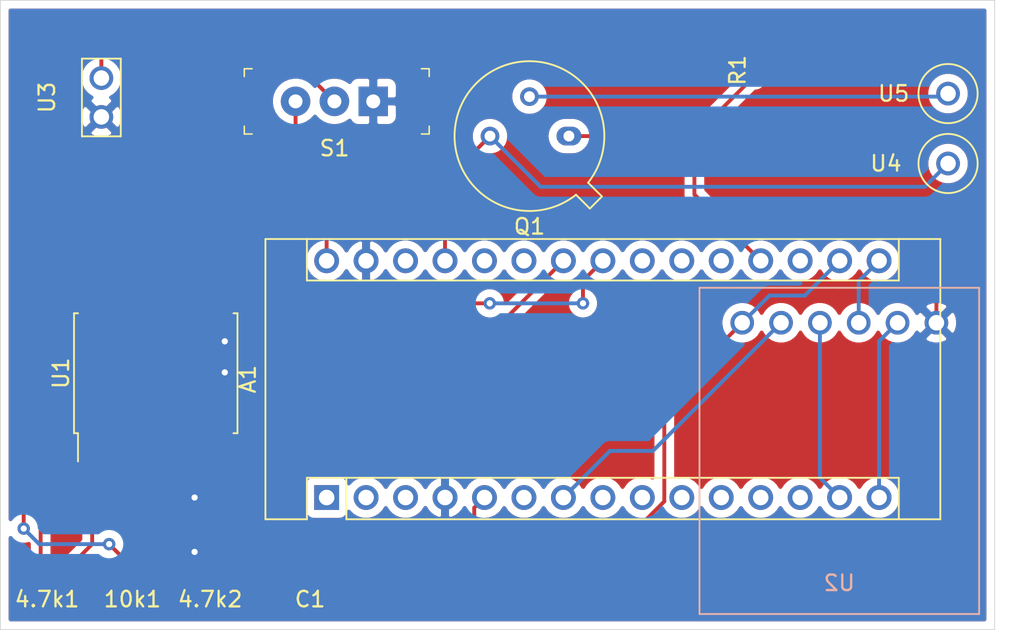
<source format=kicad_pcb>
(kicad_pcb (version 20171130) (host pcbnew "(5.1.12)-1")

  (general
    (thickness 1.6)
    (drawings 5)
    (tracks 122)
    (zones 0)
    (modules 13)
    (nets 15)
  )

  (page A4)
  (layers
    (0 F.Cu signal)
    (31 B.Cu signal)
    (32 B.Adhes user)
    (33 F.Adhes user)
    (34 B.Paste user)
    (35 F.Paste user)
    (36 B.SilkS user)
    (37 F.SilkS user)
    (38 B.Mask user)
    (39 F.Mask user)
    (40 Dwgs.User user)
    (41 Cmts.User user)
    (42 Eco1.User user)
    (43 Eco2.User user)
    (44 Edge.Cuts user)
    (45 Margin user)
    (46 B.CrtYd user)
    (47 F.CrtYd user)
    (48 B.Fab user)
    (49 F.Fab user)
  )

  (setup
    (last_trace_width 0.25)
    (trace_clearance 0.2)
    (zone_clearance 0.508)
    (zone_45_only no)
    (trace_min 0.2)
    (via_size 0.8)
    (via_drill 0.4)
    (via_min_size 0.4)
    (via_min_drill 0.3)
    (uvia_size 0.3)
    (uvia_drill 0.1)
    (uvias_allowed no)
    (uvia_min_size 0.2)
    (uvia_min_drill 0.1)
    (edge_width 0.05)
    (segment_width 0.2)
    (pcb_text_width 0.3)
    (pcb_text_size 1.5 1.5)
    (mod_edge_width 0.12)
    (mod_text_size 1 1)
    (mod_text_width 0.15)
    (pad_size 1.524 1.524)
    (pad_drill 0.762)
    (pad_to_mask_clearance 0)
    (aux_axis_origin 0 0)
    (visible_elements FFFFFF7F)
    (pcbplotparams
      (layerselection 0x010fc_ffffffff)
      (usegerberextensions false)
      (usegerberattributes true)
      (usegerberadvancedattributes true)
      (creategerberjobfile true)
      (excludeedgelayer true)
      (linewidth 0.100000)
      (plotframeref false)
      (viasonmask false)
      (mode 1)
      (useauxorigin false)
      (hpglpennumber 1)
      (hpglpenspeed 20)
      (hpglpendiameter 15.000000)
      (psnegative false)
      (psa4output false)
      (plotreference true)
      (plotvalue true)
      (plotinvisibletext false)
      (padsonsilk false)
      (subtractmaskfromsilk false)
      (outputformat 1)
      (mirror false)
      (drillshape 1)
      (scaleselection 1)
      (outputdirectory ""))
  )

  (net 0 "")
  (net 1 "Net-(10k1-Pad2)")
  (net 2 "Net-(10k1-Pad1)")
  (net 3 "Net-(4.7k1-Pad2)")
  (net 4 "Net-(4.7k2-Pad2)")
  (net 5 "Net-(A1-Pad19)")
  (net 6 GND)
  (net 7 "Net-(A1-Pad7)")
  (net 8 "Net-(A1-Pad27)")
  (net 9 "Net-(A1-Pad14)")
  (net 10 "Net-(A1-Pad30)")
  (net 11 "Net-(A1-Pad15)")
  (net 12 "Net-(A1-Pad16)")
  (net 13 "Net-(Q1-Pad2)")
  (net 14 "Net-(S1-Pad2)")

  (net_class Default "This is the default net class."
    (clearance 0.2)
    (trace_width 0.25)
    (via_dia 0.8)
    (via_drill 0.4)
    (uvia_dia 0.3)
    (uvia_drill 0.1)
    (add_net GND)
    (add_net "Net-(10k1-Pad1)")
    (add_net "Net-(10k1-Pad2)")
    (add_net "Net-(4.7k1-Pad2)")
    (add_net "Net-(4.7k2-Pad2)")
    (add_net "Net-(A1-Pad14)")
    (add_net "Net-(A1-Pad15)")
    (add_net "Net-(A1-Pad16)")
    (add_net "Net-(A1-Pad19)")
    (add_net "Net-(A1-Pad27)")
    (add_net "Net-(A1-Pad30)")
    (add_net "Net-(A1-Pad7)")
    (add_net "Net-(Q1-Pad2)")
    (add_net "Net-(S1-Pad2)")
  )

  (module Resistor_SMD:R_0201_0603Metric_Pad0.64x0.40mm_HandSolder (layer F.Cu) (tedit 5F6BB9E0) (tstamp 620ADA7D)
    (at 126 124.5 180)
    (descr "Resistor SMD 0201 (0603 Metric), square (rectangular) end terminal, IPC_7351 nominal with elongated pad for handsoldering. (Body size source: https://www.vishay.com/docs/20052/crcw0201e3.pdf), generated with kicad-footprint-generator")
    (tags "resistor handsolder")
    (path /62060AD0)
    (attr smd)
    (fp_text reference 10k1 (at 0 -1.05) (layer F.SilkS)
      (effects (font (size 1 1) (thickness 0.15)))
    )
    (fp_text value R (at 0 1.05) (layer F.Fab)
      (effects (font (size 1 1) (thickness 0.15)))
    )
    (fp_text user %R (at 0 -0.68) (layer F.Fab)
      (effects (font (size 0.25 0.25) (thickness 0.04)))
    )
    (fp_line (start -0.3 0.15) (end -0.3 -0.15) (layer F.Fab) (width 0.1))
    (fp_line (start -0.3 -0.15) (end 0.3 -0.15) (layer F.Fab) (width 0.1))
    (fp_line (start 0.3 -0.15) (end 0.3 0.15) (layer F.Fab) (width 0.1))
    (fp_line (start 0.3 0.15) (end -0.3 0.15) (layer F.Fab) (width 0.1))
    (fp_line (start -0.88 0.35) (end -0.88 -0.35) (layer F.CrtYd) (width 0.05))
    (fp_line (start -0.88 -0.35) (end 0.88 -0.35) (layer F.CrtYd) (width 0.05))
    (fp_line (start 0.88 -0.35) (end 0.88 0.35) (layer F.CrtYd) (width 0.05))
    (fp_line (start 0.88 0.35) (end -0.88 0.35) (layer F.CrtYd) (width 0.05))
    (pad 2 smd roundrect (at 0.4075 0 180) (size 0.635 0.4) (layers F.Cu F.Mask) (roundrect_rratio 0.25)
      (net 1 "Net-(10k1-Pad2)"))
    (pad 1 smd roundrect (at -0.4075 0 180) (size 0.635 0.4) (layers F.Cu F.Mask) (roundrect_rratio 0.25)
      (net 2 "Net-(10k1-Pad1)"))
    (pad "" smd roundrect (at 0.4325 0 180) (size 0.458 0.36) (layers F.Paste) (roundrect_rratio 0.25))
    (pad "" smd roundrect (at -0.4325 0 180) (size 0.458 0.36) (layers F.Paste) (roundrect_rratio 0.25))
    (model ${KISYS3DMOD}/Resistor_SMD.3dshapes/R_0201_0603Metric.wrl
      (at (xyz 0 0 0))
      (scale (xyz 1 1 1))
      (rotate (xyz 0 0 0))
    )
  )

  (module Resistor_SMD:R_0201_0603Metric_Pad0.64x0.40mm_HandSolder (layer F.Cu) (tedit 5F6BB9E0) (tstamp 620ADA8E)
    (at 120.5 124.5 180)
    (descr "Resistor SMD 0201 (0603 Metric), square (rectangular) end terminal, IPC_7351 nominal with elongated pad for handsoldering. (Body size source: https://www.vishay.com/docs/20052/crcw0201e3.pdf), generated with kicad-footprint-generator")
    (tags "resistor handsolder")
    (path /620605D5)
    (attr smd)
    (fp_text reference 4.7k1 (at 0 -1.05) (layer F.SilkS)
      (effects (font (size 1 1) (thickness 0.15)))
    )
    (fp_text value R (at 0 1.05) (layer F.Fab)
      (effects (font (size 1 1) (thickness 0.15)))
    )
    (fp_line (start 0.88 0.35) (end -0.88 0.35) (layer F.CrtYd) (width 0.05))
    (fp_line (start 0.88 -0.35) (end 0.88 0.35) (layer F.CrtYd) (width 0.05))
    (fp_line (start -0.88 -0.35) (end 0.88 -0.35) (layer F.CrtYd) (width 0.05))
    (fp_line (start -0.88 0.35) (end -0.88 -0.35) (layer F.CrtYd) (width 0.05))
    (fp_line (start 0.3 0.15) (end -0.3 0.15) (layer F.Fab) (width 0.1))
    (fp_line (start 0.3 -0.15) (end 0.3 0.15) (layer F.Fab) (width 0.1))
    (fp_line (start -0.3 -0.15) (end 0.3 -0.15) (layer F.Fab) (width 0.1))
    (fp_line (start -0.3 0.15) (end -0.3 -0.15) (layer F.Fab) (width 0.1))
    (fp_text user %R (at 0 -0.68) (layer F.Fab)
      (effects (font (size 0.25 0.25) (thickness 0.04)))
    )
    (pad "" smd roundrect (at -0.4325 0 180) (size 0.458 0.36) (layers F.Paste) (roundrect_rratio 0.25))
    (pad "" smd roundrect (at 0.4325 0 180) (size 0.458 0.36) (layers F.Paste) (roundrect_rratio 0.25))
    (pad 1 smd roundrect (at -0.4075 0 180) (size 0.635 0.4) (layers F.Cu F.Mask) (roundrect_rratio 0.25)
      (net 2 "Net-(10k1-Pad1)"))
    (pad 2 smd roundrect (at 0.4075 0 180) (size 0.635 0.4) (layers F.Cu F.Mask) (roundrect_rratio 0.25)
      (net 3 "Net-(4.7k1-Pad2)"))
    (model ${KISYS3DMOD}/Resistor_SMD.3dshapes/R_0201_0603Metric.wrl
      (at (xyz 0 0 0))
      (scale (xyz 1 1 1))
      (rotate (xyz 0 0 0))
    )
  )

  (module Resistor_SMD:R_0201_0603Metric_Pad0.64x0.40mm_HandSolder (layer F.Cu) (tedit 5F6BB9E0) (tstamp 620ADA9F)
    (at 131 124.5 180)
    (descr "Resistor SMD 0201 (0603 Metric), square (rectangular) end terminal, IPC_7351 nominal with elongated pad for handsoldering. (Body size source: https://www.vishay.com/docs/20052/crcw0201e3.pdf), generated with kicad-footprint-generator")
    (tags "resistor handsolder")
    (path /620610FA)
    (attr smd)
    (fp_text reference 4.7k2 (at 0 -1.05) (layer F.SilkS)
      (effects (font (size 1 1) (thickness 0.15)))
    )
    (fp_text value R (at 0 1.05) (layer F.Fab)
      (effects (font (size 1 1) (thickness 0.15)))
    )
    (fp_text user %R (at 0 -0.68) (layer F.Fab)
      (effects (font (size 0.25 0.25) (thickness 0.04)))
    )
    (fp_line (start -0.3 0.15) (end -0.3 -0.15) (layer F.Fab) (width 0.1))
    (fp_line (start -0.3 -0.15) (end 0.3 -0.15) (layer F.Fab) (width 0.1))
    (fp_line (start 0.3 -0.15) (end 0.3 0.15) (layer F.Fab) (width 0.1))
    (fp_line (start 0.3 0.15) (end -0.3 0.15) (layer F.Fab) (width 0.1))
    (fp_line (start -0.88 0.35) (end -0.88 -0.35) (layer F.CrtYd) (width 0.05))
    (fp_line (start -0.88 -0.35) (end 0.88 -0.35) (layer F.CrtYd) (width 0.05))
    (fp_line (start 0.88 -0.35) (end 0.88 0.35) (layer F.CrtYd) (width 0.05))
    (fp_line (start 0.88 0.35) (end -0.88 0.35) (layer F.CrtYd) (width 0.05))
    (pad 2 smd roundrect (at 0.4075 0 180) (size 0.635 0.4) (layers F.Cu F.Mask) (roundrect_rratio 0.25)
      (net 4 "Net-(4.7k2-Pad2)"))
    (pad 1 smd roundrect (at -0.4075 0 180) (size 0.635 0.4) (layers F.Cu F.Mask) (roundrect_rratio 0.25)
      (net 2 "Net-(10k1-Pad1)"))
    (pad "" smd roundrect (at 0.4325 0 180) (size 0.458 0.36) (layers F.Paste) (roundrect_rratio 0.25))
    (pad "" smd roundrect (at -0.4325 0 180) (size 0.458 0.36) (layers F.Paste) (roundrect_rratio 0.25))
    (model ${KISYS3DMOD}/Resistor_SMD.3dshapes/R_0201_0603Metric.wrl
      (at (xyz 0 0 0))
      (scale (xyz 1 1 1))
      (rotate (xyz 0 0 0))
    )
  )

  (module Module:Arduino_Nano (layer F.Cu) (tedit 58ACAF70) (tstamp 620ADADC)
    (at 138.5 119 90)
    (descr "Arduino Nano, http://www.mouser.com/pdfdocs/Gravitech_Arduino_Nano3_0.pdf")
    (tags "Arduino Nano")
    (path /6205BC37)
    (fp_text reference A1 (at 7.62 -5.08 90) (layer F.SilkS)
      (effects (font (size 1 1) (thickness 0.15)))
    )
    (fp_text value Arduino_Nano_v3.x (at 8.89 19.05) (layer F.Fab)
      (effects (font (size 1 1) (thickness 0.15)))
    )
    (fp_line (start 16.75 42.16) (end -1.53 42.16) (layer F.CrtYd) (width 0.05))
    (fp_line (start 16.75 42.16) (end 16.75 -4.06) (layer F.CrtYd) (width 0.05))
    (fp_line (start -1.53 -4.06) (end -1.53 42.16) (layer F.CrtYd) (width 0.05))
    (fp_line (start -1.53 -4.06) (end 16.75 -4.06) (layer F.CrtYd) (width 0.05))
    (fp_line (start 16.51 -3.81) (end 16.51 39.37) (layer F.Fab) (width 0.1))
    (fp_line (start 0 -3.81) (end 16.51 -3.81) (layer F.Fab) (width 0.1))
    (fp_line (start -1.27 -2.54) (end 0 -3.81) (layer F.Fab) (width 0.1))
    (fp_line (start -1.27 39.37) (end -1.27 -2.54) (layer F.Fab) (width 0.1))
    (fp_line (start 16.51 39.37) (end -1.27 39.37) (layer F.Fab) (width 0.1))
    (fp_line (start 16.64 -3.94) (end -1.4 -3.94) (layer F.SilkS) (width 0.12))
    (fp_line (start 16.64 39.5) (end 16.64 -3.94) (layer F.SilkS) (width 0.12))
    (fp_line (start -1.4 39.5) (end 16.64 39.5) (layer F.SilkS) (width 0.12))
    (fp_line (start 3.81 41.91) (end 3.81 31.75) (layer F.Fab) (width 0.1))
    (fp_line (start 11.43 41.91) (end 3.81 41.91) (layer F.Fab) (width 0.1))
    (fp_line (start 11.43 31.75) (end 11.43 41.91) (layer F.Fab) (width 0.1))
    (fp_line (start 3.81 31.75) (end 11.43 31.75) (layer F.Fab) (width 0.1))
    (fp_line (start 1.27 36.83) (end -1.4 36.83) (layer F.SilkS) (width 0.12))
    (fp_line (start 1.27 1.27) (end 1.27 36.83) (layer F.SilkS) (width 0.12))
    (fp_line (start 1.27 1.27) (end -1.4 1.27) (layer F.SilkS) (width 0.12))
    (fp_line (start 13.97 36.83) (end 16.64 36.83) (layer F.SilkS) (width 0.12))
    (fp_line (start 13.97 -1.27) (end 13.97 36.83) (layer F.SilkS) (width 0.12))
    (fp_line (start 13.97 -1.27) (end 16.64 -1.27) (layer F.SilkS) (width 0.12))
    (fp_line (start -1.4 -3.94) (end -1.4 -1.27) (layer F.SilkS) (width 0.12))
    (fp_line (start -1.4 1.27) (end -1.4 39.5) (layer F.SilkS) (width 0.12))
    (fp_line (start 1.27 -1.27) (end -1.4 -1.27) (layer F.SilkS) (width 0.12))
    (fp_line (start 1.27 1.27) (end 1.27 -1.27) (layer F.SilkS) (width 0.12))
    (fp_text user %R (at 6.35 19.05) (layer F.Fab)
      (effects (font (size 1 1) (thickness 0.15)))
    )
    (pad 1 thru_hole rect (at 0 0 90) (size 1.6 1.6) (drill 1) (layers *.Cu *.Mask))
    (pad 17 thru_hole oval (at 15.24 33.02 90) (size 1.6 1.6) (drill 1) (layers *.Cu *.Mask)
      (net 2 "Net-(10k1-Pad1)"))
    (pad 2 thru_hole oval (at 0 2.54 90) (size 1.6 1.6) (drill 1) (layers *.Cu *.Mask))
    (pad 18 thru_hole oval (at 15.24 30.48 90) (size 1.6 1.6) (drill 1) (layers *.Cu *.Mask))
    (pad 3 thru_hole oval (at 0 5.08 90) (size 1.6 1.6) (drill 1) (layers *.Cu *.Mask))
    (pad 19 thru_hole oval (at 15.24 27.94 90) (size 1.6 1.6) (drill 1) (layers *.Cu *.Mask)
      (net 5 "Net-(A1-Pad19)"))
    (pad 4 thru_hole oval (at 0 7.62 90) (size 1.6 1.6) (drill 1) (layers *.Cu *.Mask)
      (net 6 GND))
    (pad 20 thru_hole oval (at 15.24 25.4 90) (size 1.6 1.6) (drill 1) (layers *.Cu *.Mask))
    (pad 5 thru_hole oval (at 0 10.16 90) (size 1.6 1.6) (drill 1) (layers *.Cu *.Mask)
      (net 4 "Net-(4.7k2-Pad2)"))
    (pad 21 thru_hole oval (at 15.24 22.86 90) (size 1.6 1.6) (drill 1) (layers *.Cu *.Mask))
    (pad 6 thru_hole oval (at 0 12.7 90) (size 1.6 1.6) (drill 1) (layers *.Cu *.Mask))
    (pad 22 thru_hole oval (at 15.24 20.32 90) (size 1.6 1.6) (drill 1) (layers *.Cu *.Mask))
    (pad 7 thru_hole oval (at 0 15.24 90) (size 1.6 1.6) (drill 1) (layers *.Cu *.Mask)
      (net 7 "Net-(A1-Pad7)"))
    (pad 23 thru_hole oval (at 15.24 17.78 90) (size 1.6 1.6) (drill 1) (layers *.Cu *.Mask)
      (net 1 "Net-(10k1-Pad2)"))
    (pad 8 thru_hole oval (at 0 17.78 90) (size 1.6 1.6) (drill 1) (layers *.Cu *.Mask))
    (pad 24 thru_hole oval (at 15.24 15.24 90) (size 1.6 1.6) (drill 1) (layers *.Cu *.Mask)
      (net 3 "Net-(4.7k1-Pad2)"))
    (pad 9 thru_hole oval (at 0 20.32 90) (size 1.6 1.6) (drill 1) (layers *.Cu *.Mask))
    (pad 25 thru_hole oval (at 15.24 12.7 90) (size 1.6 1.6) (drill 1) (layers *.Cu *.Mask))
    (pad 10 thru_hole oval (at 0 22.86 90) (size 1.6 1.6) (drill 1) (layers *.Cu *.Mask))
    (pad 26 thru_hole oval (at 15.24 10.16 90) (size 1.6 1.6) (drill 1) (layers *.Cu *.Mask))
    (pad 11 thru_hole oval (at 0 25.4 90) (size 1.6 1.6) (drill 1) (layers *.Cu *.Mask))
    (pad 27 thru_hole oval (at 15.24 7.62 90) (size 1.6 1.6) (drill 1) (layers *.Cu *.Mask)
      (net 8 "Net-(A1-Pad27)"))
    (pad 12 thru_hole oval (at 0 27.94 90) (size 1.6 1.6) (drill 1) (layers *.Cu *.Mask))
    (pad 28 thru_hole oval (at 15.24 5.08 90) (size 1.6 1.6) (drill 1) (layers *.Cu *.Mask))
    (pad 13 thru_hole oval (at 0 30.48 90) (size 1.6 1.6) (drill 1) (layers *.Cu *.Mask))
    (pad 29 thru_hole oval (at 15.24 2.54 90) (size 1.6 1.6) (drill 1) (layers *.Cu *.Mask)
      (net 6 GND))
    (pad 14 thru_hole oval (at 0 33.02 90) (size 1.6 1.6) (drill 1) (layers *.Cu *.Mask)
      (net 9 "Net-(A1-Pad14)"))
    (pad 30 thru_hole oval (at 15.24 0 90) (size 1.6 1.6) (drill 1) (layers *.Cu *.Mask)
      (net 10 "Net-(A1-Pad30)"))
    (pad 15 thru_hole oval (at 0 35.56 90) (size 1.6 1.6) (drill 1) (layers *.Cu *.Mask)
      (net 11 "Net-(A1-Pad15)"))
    (pad 16 thru_hole oval (at 15.24 35.56 90) (size 1.6 1.6) (drill 1) (layers *.Cu *.Mask)
      (net 12 "Net-(A1-Pad16)"))
    (model ${KISYS3DMOD}/Module.3dshapes/Arduino_Nano_WithMountingHoles.wrl
      (at (xyz 0 0 0))
      (scale (xyz 1 1 1))
      (rotate (xyz 0 0 0))
    )
  )

  (module Capacitor_SMD:C_0201_0603Metric_Pad0.64x0.40mm_HandSolder (layer F.Cu) (tedit 5F6BB9E0) (tstamp 620ADAED)
    (at 137.4325 124.5 180)
    (descr "Capacitor SMD 0201 (0603 Metric), square (rectangular) end terminal, IPC_7351 nominal with elongated pad for handsoldering. (Body size source: https://www.vishay.com/docs/20052/crcw0201e3.pdf), generated with kicad-footprint-generator")
    (tags "capacitor handsolder")
    (path /6207284C)
    (attr smd)
    (fp_text reference C1 (at 0 -1.05) (layer F.SilkS)
      (effects (font (size 1 1) (thickness 0.15)))
    )
    (fp_text value C (at 0 1.05) (layer F.Fab)
      (effects (font (size 1 1) (thickness 0.15)))
    )
    (fp_line (start 0.88 0.35) (end -0.88 0.35) (layer F.CrtYd) (width 0.05))
    (fp_line (start 0.88 -0.35) (end 0.88 0.35) (layer F.CrtYd) (width 0.05))
    (fp_line (start -0.88 -0.35) (end 0.88 -0.35) (layer F.CrtYd) (width 0.05))
    (fp_line (start -0.88 0.35) (end -0.88 -0.35) (layer F.CrtYd) (width 0.05))
    (fp_line (start 0.3 0.15) (end -0.3 0.15) (layer F.Fab) (width 0.1))
    (fp_line (start 0.3 -0.15) (end 0.3 0.15) (layer F.Fab) (width 0.1))
    (fp_line (start -0.3 -0.15) (end 0.3 -0.15) (layer F.Fab) (width 0.1))
    (fp_line (start -0.3 0.15) (end -0.3 -0.15) (layer F.Fab) (width 0.1))
    (fp_text user %R (at 0 -0.68) (layer F.Fab)
      (effects (font (size 0.25 0.25) (thickness 0.04)))
    )
    (pad "" smd roundrect (at -0.4325 0 180) (size 0.458 0.36) (layers F.Paste) (roundrect_rratio 0.25))
    (pad "" smd roundrect (at 0.4325 0 180) (size 0.458 0.36) (layers F.Paste) (roundrect_rratio 0.25))
    (pad 1 smd roundrect (at -0.4075 0 180) (size 0.635 0.4) (layers F.Cu F.Mask) (roundrect_rratio 0.25)
      (net 2 "Net-(10k1-Pad1)"))
    (pad 2 smd roundrect (at 0.4075 0 180) (size 0.635 0.4) (layers F.Cu F.Mask) (roundrect_rratio 0.25)
      (net 6 GND))
    (model ${KISYS3DMOD}/Capacitor_SMD.3dshapes/C_0201_0603Metric.wrl
      (at (xyz 0 0 0))
      (scale (xyz 1 1 1))
      (rotate (xyz 0 0 0))
    )
  )

  (module Package_TO_SOT_THT:TO-39-3 (layer F.Cu) (tedit 5A02FF81) (tstamp 620ADB02)
    (at 154.095001 95.734999 180)
    (descr TO-39-3)
    (tags TO-39-3)
    (path /62071177)
    (fp_text reference Q1 (at 2.54 -5.82) (layer F.SilkS)
      (effects (font (size 1 1) (thickness 0.15)))
    )
    (fp_text value 2N2219 (at 2.54 5.82) (layer F.Fab)
      (effects (font (size 1 1) (thickness 0.15)))
    )
    (fp_circle (center 2.54 0) (end 6.79 0) (layer F.Fab) (width 0.1))
    (fp_line (start 7.49 -4.95) (end -2.41 -4.95) (layer F.CrtYd) (width 0.05))
    (fp_line (start 7.49 4.95) (end 7.49 -4.95) (layer F.CrtYd) (width 0.05))
    (fp_line (start -2.41 4.95) (end 7.49 4.95) (layer F.CrtYd) (width 0.05))
    (fp_line (start -2.41 -4.95) (end -2.41 4.95) (layer F.CrtYd) (width 0.05))
    (fp_line (start -2.125856 -3.888039) (end -1.234902 -2.997084) (layer F.SilkS) (width 0.12))
    (fp_line (start -1.348039 -4.665856) (end -2.125856 -3.888039) (layer F.SilkS) (width 0.12))
    (fp_line (start -0.457084 -3.774902) (end -1.348039 -4.665856) (layer F.SilkS) (width 0.12))
    (fp_line (start -1.879621 -3.81151) (end -1.07352 -3.005408) (layer F.Fab) (width 0.1))
    (fp_line (start -1.27151 -4.419621) (end -1.879621 -3.81151) (layer F.Fab) (width 0.1))
    (fp_line (start -0.465408 -3.61352) (end -1.27151 -4.419621) (layer F.Fab) (width 0.1))
    (fp_text user %R (at 2.54 -5.82) (layer F.Fab)
      (effects (font (size 1 1) (thickness 0.15)))
    )
    (fp_arc (start 2.54 0) (end -0.465408 -3.61352) (angle 349.5) (layer F.Fab) (width 0.1))
    (fp_arc (start 2.54 0) (end -0.457084 -3.774902) (angle 346.9) (layer F.SilkS) (width 0.12))
    (pad 1 thru_hole oval (at 0 0 180) (size 1.6 1.2) (drill 0.7) (layers *.Cu *.Mask)
      (net 5 "Net-(A1-Pad19)"))
    (pad 2 thru_hole oval (at 2.54 2.54 180) (size 1.2 1.2) (drill 0.7) (layers *.Cu *.Mask)
      (net 13 "Net-(Q1-Pad2)"))
    (pad 3 thru_hole oval (at 5.08 0 180) (size 1.2 1.2) (drill 0.7) (layers *.Cu *.Mask)
      (net 8 "Net-(A1-Pad27)"))
    (model ${KISYS3DMOD}/Package_TO_SOT_THT.3dshapes/TO-39-3.wrl
      (at (xyz 0 0 0))
      (scale (xyz 1 1 1))
      (rotate (xyz 0 0 0))
    )
  )

  (module Resistor_SMD:R_0201_0603Metric_Pad0.64x0.40mm_HandSolder (layer F.Cu) (tedit 5F6BB9E0) (tstamp 620ADB13)
    (at 166 91.5 90)
    (descr "Resistor SMD 0201 (0603 Metric), square (rectangular) end terminal, IPC_7351 nominal with elongated pad for handsoldering. (Body size source: https://www.vishay.com/docs/20052/crcw0201e3.pdf), generated with kicad-footprint-generator")
    (tags "resistor handsolder")
    (path /62060D30)
    (attr smd)
    (fp_text reference R1 (at 0 -1.05 90) (layer F.SilkS)
      (effects (font (size 1 1) (thickness 0.15)))
    )
    (fp_text value R (at 0 1.05 90) (layer F.Fab)
      (effects (font (size 1 1) (thickness 0.15)))
    )
    (fp_line (start 0.88 0.35) (end -0.88 0.35) (layer F.CrtYd) (width 0.05))
    (fp_line (start 0.88 -0.35) (end 0.88 0.35) (layer F.CrtYd) (width 0.05))
    (fp_line (start -0.88 -0.35) (end 0.88 -0.35) (layer F.CrtYd) (width 0.05))
    (fp_line (start -0.88 0.35) (end -0.88 -0.35) (layer F.CrtYd) (width 0.05))
    (fp_line (start 0.3 0.15) (end -0.3 0.15) (layer F.Fab) (width 0.1))
    (fp_line (start 0.3 -0.15) (end 0.3 0.15) (layer F.Fab) (width 0.1))
    (fp_line (start -0.3 -0.15) (end 0.3 -0.15) (layer F.Fab) (width 0.1))
    (fp_line (start -0.3 0.15) (end -0.3 -0.15) (layer F.Fab) (width 0.1))
    (fp_text user %R (at 0 -0.68 90) (layer F.Fab)
      (effects (font (size 0.25 0.25) (thickness 0.04)))
    )
    (pad "" smd roundrect (at -0.4325 0 90) (size 0.458 0.36) (layers F.Paste) (roundrect_rratio 0.25))
    (pad "" smd roundrect (at 0.4325 0 90) (size 0.458 0.36) (layers F.Paste) (roundrect_rratio 0.25))
    (pad 1 smd roundrect (at -0.4075 0 90) (size 0.635 0.4) (layers F.Cu F.Mask) (roundrect_rratio 0.25)
      (net 5 "Net-(A1-Pad19)"))
    (pad 2 smd roundrect (at 0.4075 0 90) (size 0.635 0.4) (layers F.Cu F.Mask) (roundrect_rratio 0.25)
      (net 6 GND))
    (model ${KISYS3DMOD}/Resistor_SMD.3dshapes/R_0201_0603Metric.wrl
      (at (xyz 0 0 0))
      (scale (xyz 1 1 1))
      (rotate (xyz 0 0 0))
    )
  )

  (module digikey-footprints:Switch_Slide_11.6x4mm_EG1218 (layer F.Cu) (tedit 5A1EC915) (tstamp 620ADB2B)
    (at 141.5 93.5 180)
    (descr http://spec_sheets.e-switch.com/specs/P040040.pdf)
    (path /62063322)
    (fp_text reference S1 (at 2.49 -3.02) (layer F.SilkS)
      (effects (font (size 1 1) (thickness 0.15)))
    )
    (fp_text value EG1218 (at 2.11 3.14) (layer F.Fab)
      (effects (font (size 1 1) (thickness 0.15)))
    )
    (fp_line (start -3.42 -2) (end 8.18 -2) (layer F.Fab) (width 0.1))
    (fp_line (start -3.42 2) (end -3.42 -2) (layer F.Fab) (width 0.1))
    (fp_line (start 8.18 2) (end 8.18 -2) (layer F.Fab) (width 0.1))
    (fp_line (start -3.42 2) (end 8.18 2) (layer F.Fab) (width 0.1))
    (fp_line (start 8.3 -2.1) (end 7.8 -2.1) (layer F.SilkS) (width 0.1))
    (fp_line (start 8.3 -2.1) (end 8.3 -1.6) (layer F.SilkS) (width 0.1))
    (fp_line (start -3.6 -2.1) (end -3.6 -1.6) (layer F.SilkS) (width 0.1))
    (fp_line (start -3.6 -2.1) (end -3.1 -2.1) (layer F.SilkS) (width 0.1))
    (fp_line (start -3.6 2.1) (end -3.6 1.6) (layer F.SilkS) (width 0.1))
    (fp_line (start -3.6 2.1) (end -3.1 2.1) (layer F.SilkS) (width 0.1))
    (fp_line (start 8.3 2.1) (end 8.3 1.6) (layer F.SilkS) (width 0.1))
    (fp_line (start 8.3 2.1) (end 7.8 2.1) (layer F.SilkS) (width 0.1))
    (fp_line (start -3.67 -2.25) (end 8.43 -2.25) (layer F.CrtYd) (width 0.05))
    (fp_line (start 8.43 2.25) (end 8.43 -2.25) (layer F.CrtYd) (width 0.05))
    (fp_line (start -3.67 2.25) (end 8.43 2.25) (layer F.CrtYd) (width 0.05))
    (fp_line (start -3.67 2.25) (end -3.67 -2.25) (layer F.CrtYd) (width 0.05))
    (fp_text user %R (at 2.5 0) (layer F.Fab)
      (effects (font (size 1 1) (thickness 0.15)))
    )
    (pad 1 thru_hole rect (at 0 0 180) (size 1.9 1.9) (drill 0.9) (layers *.Cu *.Mask)
      (net 6 GND))
    (pad 2 thru_hole circle (at 2.5 0 180) (size 1.9 1.9) (drill 0.9) (layers *.Cu *.Mask)
      (net 14 "Net-(S1-Pad2)"))
    (pad 3 thru_hole circle (at 5 0 180) (size 1.9 1.9) (drill 0.9) (layers *.Cu *.Mask)
      (net 10 "Net-(A1-Pad30)"))
  )

  (module Package_SO:SOIC-16W_7.5x10.3mm_P1.27mm (layer F.Cu) (tedit 5D9F72B1) (tstamp 620ADB52)
    (at 127.5 111 90)
    (descr "SOIC, 16 Pin (JEDEC MS-013AA, https://www.analog.com/media/en/package-pcb-resources/package/pkg_pdf/soic_wide-rw/rw_16.pdf), generated with kicad-footprint-generator ipc_gullwing_generator.py")
    (tags "SOIC SO")
    (path /62068A2D)
    (attr smd)
    (fp_text reference U1 (at 0 -6.1 90) (layer F.SilkS)
      (effects (font (size 1 1) (thickness 0.15)))
    )
    (fp_text value DS3231M (at 0 6.1 90) (layer F.Fab)
      (effects (font (size 1 1) (thickness 0.15)))
    )
    (fp_line (start 5.93 -5.4) (end -5.93 -5.4) (layer F.CrtYd) (width 0.05))
    (fp_line (start 5.93 5.4) (end 5.93 -5.4) (layer F.CrtYd) (width 0.05))
    (fp_line (start -5.93 5.4) (end 5.93 5.4) (layer F.CrtYd) (width 0.05))
    (fp_line (start -5.93 -5.4) (end -5.93 5.4) (layer F.CrtYd) (width 0.05))
    (fp_line (start -3.75 -4.15) (end -2.75 -5.15) (layer F.Fab) (width 0.1))
    (fp_line (start -3.75 5.15) (end -3.75 -4.15) (layer F.Fab) (width 0.1))
    (fp_line (start 3.75 5.15) (end -3.75 5.15) (layer F.Fab) (width 0.1))
    (fp_line (start 3.75 -5.15) (end 3.75 5.15) (layer F.Fab) (width 0.1))
    (fp_line (start -2.75 -5.15) (end 3.75 -5.15) (layer F.Fab) (width 0.1))
    (fp_line (start -3.86 -5.005) (end -5.675 -5.005) (layer F.SilkS) (width 0.12))
    (fp_line (start -3.86 -5.26) (end -3.86 -5.005) (layer F.SilkS) (width 0.12))
    (fp_line (start 0 -5.26) (end -3.86 -5.26) (layer F.SilkS) (width 0.12))
    (fp_line (start 3.86 -5.26) (end 3.86 -5.005) (layer F.SilkS) (width 0.12))
    (fp_line (start 0 -5.26) (end 3.86 -5.26) (layer F.SilkS) (width 0.12))
    (fp_line (start -3.86 5.26) (end -3.86 5.005) (layer F.SilkS) (width 0.12))
    (fp_line (start 0 5.26) (end -3.86 5.26) (layer F.SilkS) (width 0.12))
    (fp_line (start 3.86 5.26) (end 3.86 5.005) (layer F.SilkS) (width 0.12))
    (fp_line (start 0 5.26) (end 3.86 5.26) (layer F.SilkS) (width 0.12))
    (fp_text user %R (at 0 0 90) (layer F.Fab)
      (effects (font (size 1 1) (thickness 0.15)))
    )
    (pad 1 smd roundrect (at -4.65 -4.445 90) (size 2.05 0.6) (layers F.Cu F.Paste F.Mask) (roundrect_rratio 0.25))
    (pad 2 smd roundrect (at -4.65 -3.175 90) (size 2.05 0.6) (layers F.Cu F.Paste F.Mask) (roundrect_rratio 0.25)
      (net 2 "Net-(10k1-Pad1)"))
    (pad 3 smd roundrect (at -4.65 -1.905 90) (size 2.05 0.6) (layers F.Cu F.Paste F.Mask) (roundrect_rratio 0.25)
      (net 4 "Net-(4.7k2-Pad2)"))
    (pad 4 smd roundrect (at -4.65 -0.635 90) (size 2.05 0.6) (layers F.Cu F.Paste F.Mask) (roundrect_rratio 0.25))
    (pad 5 smd roundrect (at -4.65 0.635 90) (size 2.05 0.6) (layers F.Cu F.Paste F.Mask) (roundrect_rratio 0.25)
      (net 6 GND))
    (pad 6 smd roundrect (at -4.65 1.905 90) (size 2.05 0.6) (layers F.Cu F.Paste F.Mask) (roundrect_rratio 0.25)
      (net 6 GND))
    (pad 7 smd roundrect (at -4.65 3.175 90) (size 2.05 0.6) (layers F.Cu F.Paste F.Mask) (roundrect_rratio 0.25)
      (net 6 GND))
    (pad 8 smd roundrect (at -4.65 4.445 90) (size 2.05 0.6) (layers F.Cu F.Paste F.Mask) (roundrect_rratio 0.25)
      (net 6 GND))
    (pad 9 smd roundrect (at 4.65 4.445 90) (size 2.05 0.6) (layers F.Cu F.Paste F.Mask) (roundrect_rratio 0.25)
      (net 6 GND))
    (pad 10 smd roundrect (at 4.65 3.175 90) (size 2.05 0.6) (layers F.Cu F.Paste F.Mask) (roundrect_rratio 0.25)
      (net 6 GND))
    (pad 11 smd roundrect (at 4.65 1.905 90) (size 2.05 0.6) (layers F.Cu F.Paste F.Mask) (roundrect_rratio 0.25)
      (net 6 GND))
    (pad 12 smd roundrect (at 4.65 0.635 90) (size 2.05 0.6) (layers F.Cu F.Paste F.Mask) (roundrect_rratio 0.25)
      (net 6 GND))
    (pad 13 smd roundrect (at 4.65 -0.635 90) (size 2.05 0.6) (layers F.Cu F.Paste F.Mask) (roundrect_rratio 0.25)
      (net 6 GND))
    (pad 14 smd roundrect (at 4.65 -1.905 90) (size 2.05 0.6) (layers F.Cu F.Paste F.Mask) (roundrect_rratio 0.25))
    (pad 15 smd roundrect (at 4.65 -3.175 90) (size 2.05 0.6) (layers F.Cu F.Paste F.Mask) (roundrect_rratio 0.25)
      (net 1 "Net-(10k1-Pad2)"))
    (pad 16 smd roundrect (at 4.65 -4.445 90) (size 2.05 0.6) (layers F.Cu F.Paste F.Mask) (roundrect_rratio 0.25)
      (net 3 "Net-(4.7k1-Pad2)"))
    (model ${KISYS3DMOD}/Package_SO.3dshapes/SOIC-16W_7.5x10.3mm_P1.27mm.wrl
      (at (xyz 0 0 0))
      (scale (xyz 1 1 1))
      (rotate (xyz 0 0 0))
    )
  )

  (module footprints_raingauge:SD_card (layer B.Cu) (tedit 620703EF) (tstamp 620ADB61)
    (at 171.5 110.5 180)
    (path /6205E3A1)
    (fp_text reference U2 (at 0 -14 180) (layer B.SilkS)
      (effects (font (size 1 1) (thickness 0.15)) (justify mirror))
    )
    (fp_text value SD_Card (at 0 8 180) (layer B.Fab)
      (effects (font (size 1 1) (thickness 0.15)) (justify mirror))
    )
    (fp_line (start 0 5) (end 9 5) (layer B.SilkS) (width 0.12))
    (fp_line (start 9 5) (end 9 -16) (layer B.SilkS) (width 0.12))
    (fp_line (start 9 -16) (end -9 -16) (layer B.SilkS) (width 0.12))
    (fp_line (start -9 -16) (end -9 5) (layer B.SilkS) (width 0.12))
    (fp_line (start -9 5) (end 0 5) (layer B.SilkS) (width 0.12))
    (pad 1 thru_hole circle (at -6.25 2.75 180) (size 1.524 1.524) (drill 1) (layers *.Cu *.Mask)
      (net 6 GND))
    (pad 2 thru_hole circle (at -3.75 2.75 180) (size 1.524 1.524) (drill 1) (layers *.Cu *.Mask)
      (net 11 "Net-(A1-Pad15)"))
    (pad 3 thru_hole circle (at -1.25 2.75 180) (size 1.524 1.524) (drill 1) (layers *.Cu *.Mask)
      (net 12 "Net-(A1-Pad16)"))
    (pad 4 thru_hole circle (at 1.25 2.75 180) (size 1.524 1.524) (drill 1) (layers *.Cu *.Mask)
      (net 9 "Net-(A1-Pad14)"))
    (pad 5 thru_hole circle (at 3.75 2.75 180) (size 1.524 1.524) (drill 1) (layers *.Cu *.Mask)
      (net 7 "Net-(A1-Pad7)"))
    (pad 6 thru_hole circle (at 6.25 2.75 180) (size 1.524 1.524) (drill 1) (layers *.Cu *.Mask)
      (net 2 "Net-(10k1-Pad1)"))
  )

  (module footprints_raingauge:battery_leads (layer F.Cu) (tedit 62070428) (tstamp 620ADB6C)
    (at 124 93.25 270)
    (path /62067DF3)
    (fp_text reference U3 (at 0 3.5 90) (layer F.SilkS)
      (effects (font (size 1 1) (thickness 0.15)))
    )
    (fp_text value Battery_Leads (at 0 -3 90) (layer F.Fab)
      (effects (font (size 1 1) (thickness 0.15)))
    )
    (fp_line (start -2.5 -1.25) (end -2.25 -1.25) (layer F.SilkS) (width 0.12))
    (fp_line (start -2.5 1.25) (end -2.5 -1.25) (layer F.SilkS) (width 0.12))
    (fp_line (start 2.5 1.25) (end -2.5 1.25) (layer F.SilkS) (width 0.12))
    (fp_line (start 2.5 -1.25) (end 2.5 1.25) (layer F.SilkS) (width 0.12))
    (fp_line (start -2.25 -1.25) (end 2.5 -1.25) (layer F.SilkS) (width 0.12))
    (pad 1 thru_hole circle (at -1.25 0 270) (size 1.524 1.524) (drill 1) (layers *.Cu *.Mask)
      (net 14 "Net-(S1-Pad2)"))
    (pad 2 thru_hole circle (at 1.25 0 270) (size 1.524 1.524) (drill 1) (layers *.Cu *.Mask)
      (net 6 GND))
  )

  (module footprints_raingauge:electrode (layer F.Cu) (tedit 620703FA) (tstamp 620ADB72)
    (at 178.5 97.5 180)
    (path /6205DB53)
    (fp_text reference U4 (at 4 0) (layer F.SilkS)
      (effects (font (size 1 1) (thickness 0.15)))
    )
    (fp_text value Electrode_TH (at 0 -3.5) (layer F.Fab)
      (effects (font (size 1 1) (thickness 0.15)))
    )
    (fp_circle (center 0 0) (end 1.75 -0.75) (layer F.SilkS) (width 0.12))
    (pad 1 thru_hole circle (at 0 0 180) (size 1.524 1.524) (drill 1) (layers *.Cu *.Mask)
      (net 8 "Net-(A1-Pad27)"))
  )

  (module footprints_raingauge:electrode (layer F.Cu) (tedit 620703FA) (tstamp 620ADB78)
    (at 178.5 93)
    (path /6205EADF)
    (fp_text reference U5 (at -3.5 0) (layer F.SilkS)
      (effects (font (size 1 1) (thickness 0.15)))
    )
    (fp_text value Electrode_TH (at 0 -3.5) (layer F.Fab)
      (effects (font (size 1 1) (thickness 0.15)))
    )
    (fp_circle (center 0 0) (end 1.75 -0.75) (layer F.SilkS) (width 0.12))
    (pad 1 thru_hole circle (at 0 0) (size 1.524 1.524) (drill 1) (layers *.Cu *.Mask)
      (net 13 "Net-(Q1-Pad2)"))
  )

  (gr_line (start 181.5 127.5) (end 181.5 112) (layer Edge.Cuts) (width 0.05) (tstamp 620AF0EC))
  (gr_line (start 117.5 127.5) (end 181.5 127.5) (layer Edge.Cuts) (width 0.05))
  (gr_line (start 117.5 87) (end 117.5 127.5) (layer Edge.Cuts) (width 0.05))
  (gr_line (start 181.5 87) (end 117.5 87) (layer Edge.Cuts) (width 0.05))
  (gr_line (start 181.5 112) (end 181.5 87) (layer Edge.Cuts) (width 0.05))

  (via (at 124.5 122) (size 0.8) (drill 0.4) (layers F.Cu B.Cu) (net 1))
  (segment (start 125.5925 123.0925) (end 124.5 122) (width 0.25) (layer F.Cu) (net 1))
  (segment (start 125.5925 124.5) (end 125.5925 123.0925) (width 0.25) (layer F.Cu) (net 1))
  (segment (start 124.5 122) (end 120.5 122) (width 0.25) (layer B.Cu) (net 1))
  (via (at 119 121) (size 0.8) (drill 0.4) (layers F.Cu B.Cu) (net 1))
  (segment (start 120 122) (end 119 121) (width 0.25) (layer B.Cu) (net 1))
  (segment (start 120.5 122) (end 120 122) (width 0.25) (layer B.Cu) (net 1))
  (segment (start 124.325 105.825) (end 124.325 106.35) (width 0.25) (layer F.Cu) (net 1))
  (segment (start 120.5 102) (end 124.325 105.825) (width 0.25) (layer F.Cu) (net 1))
  (segment (start 119 103.5) (end 120.5 102) (width 0.25) (layer F.Cu) (net 1))
  (segment (start 119 121) (end 119 103.5) (width 0.25) (layer F.Cu) (net 1))
  (segment (start 124.325 106.35) (end 124.325 103.675) (width 0.25) (layer F.Cu) (net 1))
  (segment (start 124.325 103.675) (end 125 103) (width 0.25) (layer F.Cu) (net 1))
  (segment (start 125 103) (end 133 103) (width 0.25) (layer F.Cu) (net 1))
  (segment (start 133 103) (end 136.5 106.5) (width 0.25) (layer F.Cu) (net 1))
  (via (at 149 106.5) (size 0.8) (drill 0.4) (layers F.Cu B.Cu) (net 1))
  (segment (start 136.5 106.5) (end 149 106.5) (width 0.25) (layer F.Cu) (net 1))
  (segment (start 149 106.5) (end 155 106.5) (width 0.25) (layer B.Cu) (net 1))
  (via (at 155 106.5) (size 0.8) (drill 0.4) (layers F.Cu B.Cu) (net 1))
  (segment (start 155 105.04) (end 156.28 103.76) (width 0.25) (layer F.Cu) (net 1))
  (segment (start 155 106.5) (end 155 105.04) (width 0.25) (layer F.Cu) (net 1))
  (segment (start 171.52 103.76) (end 169.28 106) (width 0.25) (layer B.Cu) (net 2))
  (segment (start 167 106) (end 165.25 107.75) (width 0.25) (layer B.Cu) (net 2))
  (segment (start 169.28 106) (end 167 106) (width 0.25) (layer B.Cu) (net 2))
  (segment (start 124.325 115.65) (end 124.325 119.675) (width 0.25) (layer F.Cu) (net 2))
  (segment (start 124.325 119.675) (end 123.4075 120.5925) (width 0.25) (layer F.Cu) (net 2))
  (segment (start 126.5 124.5925) (end 126.4075 124.5) (width 0.25) (layer F.Cu) (net 2))
  (segment (start 160.234999 112.765001) (end 165.25 107.75) (width 0.25) (layer F.Cu) (net 2))
  (segment (start 160.234999 119.250003) (end 160.234999 112.765001) (width 0.25) (layer F.Cu) (net 2))
  (segment (start 154.985002 124.5) (end 160.234999 119.250003) (width 0.25) (layer F.Cu) (net 2))
  (segment (start 123.4075 120.5925) (end 123.4075 122) (width 0.25) (layer F.Cu) (net 2))
  (segment (start 123.4075 122) (end 122.20375 123.20375) (width 0.25) (layer F.Cu) (net 2))
  (segment (start 122.20375 123.20375) (end 120.9075 124.5) (width 0.25) (layer F.Cu) (net 2))
  (segment (start 126.4075 124.603558) (end 126.4075 124.5) (width 0.25) (layer F.Cu) (net 2))
  (segment (start 125.011058 126) (end 126.4075 124.603558) (width 0.25) (layer F.Cu) (net 2))
  (segment (start 125 126) (end 125.011058 126) (width 0.25) (layer F.Cu) (net 2))
  (segment (start 131.4075 124.603558) (end 131.4075 124.5) (width 0.25) (layer F.Cu) (net 2))
  (segment (start 131.4075 124.5) (end 133.5 124.5) (width 0.25) (layer F.Cu) (net 2))
  (segment (start 133.5 124.5) (end 135 126) (width 0.25) (layer F.Cu) (net 2))
  (segment (start 137.84 124.7) (end 137.84 124.5) (width 0.25) (layer F.Cu) (net 2))
  (segment (start 136.54 126) (end 137.84 124.7) (width 0.25) (layer F.Cu) (net 2))
  (segment (start 135 126) (end 136.54 126) (width 0.25) (layer F.Cu) (net 2))
  (segment (start 137.84 124.5) (end 155 124.5) (width 0.25) (layer F.Cu) (net 2))
  (segment (start 127 124.5) (end 126.4075 124.5) (width 0.25) (layer F.Cu) (net 2))
  (segment (start 128.5 126) (end 127 124.5) (width 0.25) (layer F.Cu) (net 2))
  (segment (start 131 126) (end 128.5 126) (width 0.25) (layer F.Cu) (net 2))
  (segment (start 131.4075 125.5925) (end 131 126) (width 0.25) (layer F.Cu) (net 2))
  (segment (start 131.4075 124.5) (end 131.4075 125.5925) (width 0.25) (layer F.Cu) (net 2))
  (segment (start 125 126) (end 122.20375 123.20375) (width 0.25) (layer F.Cu) (net 2))
  (segment (start 123.055 106.35) (end 123.055 108.945) (width 0.25) (layer F.Cu) (net 3))
  (segment (start 123.055 108.945) (end 121 111) (width 0.25) (layer F.Cu) (net 3))
  (segment (start 121 111) (end 121 120) (width 0.25) (layer F.Cu) (net 3))
  (segment (start 123.055 107.375) (end 125.68 110) (width 0.25) (layer F.Cu) (net 3))
  (segment (start 123.055 106.35) (end 123.055 107.375) (width 0.25) (layer F.Cu) (net 3))
  (segment (start 147.5 110) (end 153.74 103.76) (width 0.25) (layer F.Cu) (net 3))
  (segment (start 125.68 110) (end 147.5 110) (width 0.25) (layer F.Cu) (net 3))
  (segment (start 120.0925 120.9075) (end 120.0925 124.5) (width 0.25) (layer F.Cu) (net 3))
  (segment (start 121 120) (end 120.0925 120.9075) (width 0.25) (layer F.Cu) (net 3))
  (segment (start 125.595 115.65) (end 125.595 117.595) (width 0.25) (layer F.Cu) (net 4))
  (segment (start 125.595 117.595) (end 128.5 120.5) (width 0.25) (layer F.Cu) (net 4))
  (segment (start 128.5 120.5) (end 130 120.5) (width 0.25) (layer F.Cu) (net 4))
  (segment (start 130 120.5) (end 131.5 122) (width 0.25) (layer F.Cu) (net 4))
  (segment (start 131.5 122) (end 148 122) (width 0.25) (layer F.Cu) (net 4))
  (segment (start 148 119.66) (end 148.66 119) (width 0.25) (layer F.Cu) (net 4))
  (segment (start 148 122) (end 148 119.66) (width 0.25) (layer F.Cu) (net 4))
  (segment (start 128.5 120.5) (end 128.5 123) (width 0.25) (layer F.Cu) (net 4))
  (segment (start 130 124.5) (end 130.5925 124.5) (width 0.25) (layer F.Cu) (net 4))
  (segment (start 128.5 123) (end 130 124.5) (width 0.25) (layer F.Cu) (net 4))
  (segment (start 162.172501 95.734999) (end 166 91.9075) (width 0.25) (layer F.Cu) (net 5))
  (segment (start 154.095001 95.734999) (end 162.172501 95.734999) (width 0.25) (layer F.Cu) (net 5))
  (segment (start 162.172501 99.492501) (end 166.44 103.76) (width 0.25) (layer F.Cu) (net 5))
  (segment (start 162.172501 95.734999) (end 162.172501 99.492501) (width 0.25) (layer F.Cu) (net 5))
  (segment (start 166.2 91.0925) (end 172.6075 97.5) (width 0.25) (layer F.Cu) (net 6))
  (segment (start 166 91.0925) (end 166.2 91.0925) (width 0.25) (layer F.Cu) (net 6))
  (segment (start 172.6075 97.5) (end 175 97.5) (width 0.25) (layer F.Cu) (net 6))
  (segment (start 177.75 100.25) (end 177.75 107.75) (width 0.25) (layer F.Cu) (net 6))
  (segment (start 175 97.5) (end 177.75 100.25) (width 0.25) (layer F.Cu) (net 6))
  (via (at 130 122.5) (size 0.8) (drill 0.4) (layers F.Cu B.Cu) (net 6))
  (via (at 130 119) (size 0.8) (drill 0.4) (layers F.Cu B.Cu) (net 6))
  (segment (start 130 122.5) (end 130 119) (width 0.25) (layer B.Cu) (net 6))
  (segment (start 130 119) (end 128.5 119) (width 0.25) (layer F.Cu) (net 6))
  (segment (start 128.135 118.635) (end 128.135 115.65) (width 0.25) (layer F.Cu) (net 6))
  (segment (start 128.5 119) (end 128.135 118.635) (width 0.25) (layer F.Cu) (net 6))
  (segment (start 128.135 115.65) (end 129.405 115.65) (width 0.25) (layer F.Cu) (net 6))
  (segment (start 129.405 115.65) (end 130.675 115.65) (width 0.25) (layer F.Cu) (net 6))
  (segment (start 130.675 115.65) (end 131.945 115.65) (width 0.25) (layer F.Cu) (net 6))
  (segment (start 126.865 106.35) (end 128.135 106.35) (width 0.25) (layer F.Cu) (net 6))
  (segment (start 128.135 106.35) (end 129.35 106.35) (width 0.25) (layer F.Cu) (net 6))
  (segment (start 129.35 106.35) (end 130.675 106.35) (width 0.25) (layer F.Cu) (net 6))
  (segment (start 130.675 106.35) (end 131.945 106.35) (width 0.25) (layer F.Cu) (net 6))
  (segment (start 131.945 106.35) (end 131.945 108.945) (width 0.25) (layer F.Cu) (net 6))
  (via (at 131.945 108.945) (size 0.8) (drill 0.4) (layers F.Cu B.Cu) (net 6))
  (segment (start 131.945 108.945) (end 131.945 110.945) (width 0.25) (layer B.Cu) (net 6))
  (via (at 131.945 110.945) (size 0.8) (drill 0.4) (layers F.Cu B.Cu) (net 6))
  (segment (start 131.945 110.945) (end 131.945 115.65) (width 0.25) (layer F.Cu) (net 6))
  (segment (start 136.025 123.5) (end 131 123.5) (width 0.25) (layer F.Cu) (net 6))
  (segment (start 137.025 124.5) (end 136.025 123.5) (width 0.25) (layer F.Cu) (net 6))
  (segment (start 131 123.5) (end 130 122.5) (width 0.25) (layer F.Cu) (net 6))
  (segment (start 167.75 107.75) (end 159.5 116) (width 0.25) (layer B.Cu) (net 7))
  (segment (start 156.74 116) (end 153.74 119) (width 0.25) (layer B.Cu) (net 7))
  (segment (start 159.5 116) (end 156.74 116) (width 0.25) (layer B.Cu) (net 7))
  (segment (start 149 95.719998) (end 149.015001 95.734999) (width 0.25) (layer B.Cu) (net 8))
  (segment (start 146.12 98.63) (end 149.015001 95.734999) (width 0.25) (layer F.Cu) (net 8))
  (segment (start 146.12 103.76) (end 146.12 98.63) (width 0.25) (layer F.Cu) (net 8))
  (segment (start 149.015001 95.734999) (end 152.280002 99) (width 0.25) (layer B.Cu) (net 8))
  (segment (start 177 99) (end 178.5 97.5) (width 0.25) (layer B.Cu) (net 8))
  (segment (start 152.280002 99) (end 177 99) (width 0.25) (layer B.Cu) (net 8))
  (segment (start 170.25 117.73) (end 171.52 119) (width 0.25) (layer B.Cu) (net 9))
  (segment (start 170.25 107.75) (end 170.25 117.73) (width 0.25) (layer B.Cu) (net 9))
  (segment (start 136.5 93.5) (end 136.5 97) (width 0.25) (layer F.Cu) (net 10))
  (segment (start 138.5 99) (end 138.5 103.76) (width 0.25) (layer F.Cu) (net 10))
  (segment (start 136.5 97) (end 138.5 99) (width 0.25) (layer F.Cu) (net 10))
  (segment (start 174.06 108.94) (end 175.25 107.75) (width 0.25) (layer B.Cu) (net 11))
  (segment (start 174.06 119) (end 174.06 108.94) (width 0.25) (layer B.Cu) (net 11))
  (segment (start 172.75 105.07) (end 174.06 103.76) (width 0.25) (layer B.Cu) (net 12))
  (segment (start 172.75 107.75) (end 172.75 105.07) (width 0.25) (layer B.Cu) (net 12))
  (segment (start 178.305001 93.194999) (end 178.5 93) (width 0.25) (layer B.Cu) (net 13))
  (segment (start 151.555001 93.194999) (end 178.305001 93.194999) (width 0.25) (layer B.Cu) (net 13))
  (segment (start 124 92) (end 124 90.5) (width 0.25) (layer F.Cu) (net 14))
  (segment (start 124 90.5) (end 126 88.5) (width 0.25) (layer F.Cu) (net 14))
  (segment (start 134 88.5) (end 139 93.5) (width 0.25) (layer F.Cu) (net 14))
  (segment (start 126 88.5) (end 134 88.5) (width 0.25) (layer F.Cu) (net 14))

  (zone (net 6) (net_name GND) (layer F.Cu) (tstamp 0) (hatch edge 0.508)
    (connect_pads (clearance 0.508))
    (min_thickness 0.254)
    (fill yes (arc_segments 32) (thermal_gap 0.508) (thermal_bridge_width 0.508))
    (polygon
      (pts
        (xy 181.5 87) (xy 181.5 127.5) (xy 117.5 127.5) (xy 117.5 87)
      )
    )
    (filled_polygon
      (pts
        (xy 118.196063 121.659774) (xy 118.340226 121.803937) (xy 118.509744 121.917205) (xy 118.698102 121.995226) (xy 118.898061 122.035)
        (xy 119.101939 122.035) (xy 119.301898 121.995226) (xy 119.3325 121.98255) (xy 119.3325 123.90321) (xy 119.261316 123.989949)
        (xy 119.19311 124.117552) (xy 119.15111 124.256009) (xy 119.136928 124.4) (xy 119.136928 124.6) (xy 119.15111 124.743991)
        (xy 119.19311 124.882448) (xy 119.261316 125.010051) (xy 119.353104 125.121896) (xy 119.464949 125.213684) (xy 119.592552 125.28189)
        (xy 119.731009 125.32389) (xy 119.875 125.338072) (xy 120.31 125.338072) (xy 120.453991 125.32389) (xy 120.5 125.309933)
        (xy 120.546009 125.32389) (xy 120.69 125.338072) (xy 121.125 125.338072) (xy 121.268991 125.32389) (xy 121.407448 125.28189)
        (xy 121.535051 125.213684) (xy 121.646896 125.121896) (xy 121.738684 125.010051) (xy 121.80689 124.882448) (xy 121.84889 124.743991)
        (xy 121.860971 124.62133) (xy 122.20375 124.278552) (xy 124.436196 126.510997) (xy 124.459999 126.540001) (xy 124.527174 126.595129)
        (xy 124.575724 126.634974) (xy 124.634974 126.666644) (xy 124.707754 126.705546) (xy 124.851015 126.749003) (xy 124.962668 126.76)
        (xy 124.962678 126.76) (xy 125 126.763676) (xy 125.005529 126.763131) (xy 125.011058 126.763676) (xy 125.04838 126.76)
        (xy 125.048391 126.76) (xy 125.160044 126.749003) (xy 125.303305 126.705546) (xy 125.435334 126.634974) (xy 125.551059 126.540001)
        (xy 125.57486 126.510999) (xy 126.755529 125.330331) (xy 127.936201 126.511002) (xy 127.959999 126.54) (xy 127.988997 126.563798)
        (xy 127.988998 126.563799) (xy 128.075724 126.634974) (xy 128.207754 126.705546) (xy 128.351015 126.749002) (xy 128.5 126.763676)
        (xy 128.537332 126.759999) (xy 130.962677 126.76) (xy 131 126.763676) (xy 131.037322 126.76) (xy 131.037332 126.76)
        (xy 131.148985 126.749003) (xy 131.258514 126.715778) (xy 131.292246 126.705546) (xy 131.424276 126.634974) (xy 131.462667 126.603467)
        (xy 131.540001 126.540001) (xy 131.563804 126.510997) (xy 131.918497 126.156304) (xy 131.947501 126.132501) (xy 132.042474 126.016776)
        (xy 132.113046 125.884747) (xy 132.156503 125.741486) (xy 132.1675 125.629833) (xy 132.1675 125.629824) (xy 132.171176 125.592501)
        (xy 132.1675 125.555178) (xy 132.1675 125.26) (xy 133.185197 125.259999) (xy 134.436196 126.510997) (xy 134.459999 126.540001)
        (xy 134.527174 126.595129) (xy 134.575724 126.634974) (xy 134.634974 126.666644) (xy 134.707754 126.705546) (xy 134.851015 126.749003)
        (xy 134.962668 126.76) (xy 134.962678 126.76) (xy 135 126.763676) (xy 135.037323 126.76) (xy 136.502668 126.759999)
        (xy 136.54 126.763676) (xy 136.577333 126.759999) (xy 136.688986 126.749002) (xy 136.732442 126.73582) (xy 136.832246 126.705546)
        (xy 136.964276 126.634974) (xy 137.040001 126.572827) (xy 137.080001 126.54) (xy 137.103799 126.511002) (xy 138.329848 125.284954)
        (xy 138.339948 125.28189) (xy 138.380901 125.26) (xy 154.94767 125.259999) (xy 154.985002 125.263676) (xy 155.022335 125.259999)
        (xy 155.037333 125.259999) (xy 155.148986 125.249002) (xy 155.292247 125.205545) (xy 155.424276 125.134973) (xy 155.540001 125.04)
        (xy 155.632438 124.927365) (xy 160.445204 120.1146) (xy 160.445241 120.114637) (xy 160.680273 120.27168) (xy 160.941426 120.379853)
        (xy 161.218665 120.435) (xy 161.501335 120.435) (xy 161.778574 120.379853) (xy 162.039727 120.27168) (xy 162.274759 120.114637)
        (xy 162.474637 119.914759) (xy 162.63 119.682241) (xy 162.785363 119.914759) (xy 162.985241 120.114637) (xy 163.220273 120.27168)
        (xy 163.481426 120.379853) (xy 163.758665 120.435) (xy 164.041335 120.435) (xy 164.318574 120.379853) (xy 164.579727 120.27168)
        (xy 164.814759 120.114637) (xy 165.014637 119.914759) (xy 165.17 119.682241) (xy 165.325363 119.914759) (xy 165.525241 120.114637)
        (xy 165.760273 120.27168) (xy 166.021426 120.379853) (xy 166.298665 120.435) (xy 166.581335 120.435) (xy 166.858574 120.379853)
        (xy 167.119727 120.27168) (xy 167.354759 120.114637) (xy 167.554637 119.914759) (xy 167.71 119.682241) (xy 167.865363 119.914759)
        (xy 168.065241 120.114637) (xy 168.300273 120.27168) (xy 168.561426 120.379853) (xy 168.838665 120.435) (xy 169.121335 120.435)
        (xy 169.398574 120.379853) (xy 169.659727 120.27168) (xy 169.894759 120.114637) (xy 170.094637 119.914759) (xy 170.25 119.682241)
        (xy 170.405363 119.914759) (xy 170.605241 120.114637) (xy 170.840273 120.27168) (xy 171.101426 120.379853) (xy 171.378665 120.435)
        (xy 171.661335 120.435) (xy 171.938574 120.379853) (xy 172.199727 120.27168) (xy 172.434759 120.114637) (xy 172.634637 119.914759)
        (xy 172.79 119.682241) (xy 172.945363 119.914759) (xy 173.145241 120.114637) (xy 173.380273 120.27168) (xy 173.641426 120.379853)
        (xy 173.918665 120.435) (xy 174.201335 120.435) (xy 174.478574 120.379853) (xy 174.739727 120.27168) (xy 174.974759 120.114637)
        (xy 175.174637 119.914759) (xy 175.33168 119.679727) (xy 175.439853 119.418574) (xy 175.495 119.141335) (xy 175.495 118.858665)
        (xy 175.439853 118.581426) (xy 175.33168 118.320273) (xy 175.174637 118.085241) (xy 174.974759 117.885363) (xy 174.739727 117.72832)
        (xy 174.478574 117.620147) (xy 174.201335 117.565) (xy 173.918665 117.565) (xy 173.641426 117.620147) (xy 173.380273 117.72832)
        (xy 173.145241 117.885363) (xy 172.945363 118.085241) (xy 172.79 118.317759) (xy 172.634637 118.085241) (xy 172.434759 117.885363)
        (xy 172.199727 117.72832) (xy 171.938574 117.620147) (xy 171.661335 117.565) (xy 171.378665 117.565) (xy 171.101426 117.620147)
        (xy 170.840273 117.72832) (xy 170.605241 117.885363) (xy 170.405363 118.085241) (xy 170.25 118.317759) (xy 170.094637 118.085241)
        (xy 169.894759 117.885363) (xy 169.659727 117.72832) (xy 169.398574 117.620147) (xy 169.121335 117.565) (xy 168.838665 117.565)
        (xy 168.561426 117.620147) (xy 168.300273 117.72832) (xy 168.065241 117.885363) (xy 167.865363 118.085241) (xy 167.71 118.317759)
        (xy 167.554637 118.085241) (xy 167.354759 117.885363) (xy 167.119727 117.72832) (xy 166.858574 117.620147) (xy 166.581335 117.565)
        (xy 166.298665 117.565) (xy 166.021426 117.620147) (xy 165.760273 117.72832) (xy 165.525241 117.885363) (xy 165.325363 118.085241)
        (xy 165.17 118.317759) (xy 165.014637 118.085241) (xy 164.814759 117.885363) (xy 164.579727 117.72832) (xy 164.318574 117.620147)
        (xy 164.041335 117.565) (xy 163.758665 117.565) (xy 163.481426 117.620147) (xy 163.220273 117.72832) (xy 162.985241 117.885363)
        (xy 162.785363 118.085241) (xy 162.63 118.317759) (xy 162.474637 118.085241) (xy 162.274759 117.885363) (xy 162.039727 117.72832)
        (xy 161.778574 117.620147) (xy 161.501335 117.565) (xy 161.218665 117.565) (xy 160.994999 117.609491) (xy 160.994999 113.079802)
        (xy 164.958431 109.116372) (xy 165.112408 109.147) (xy 165.387592 109.147) (xy 165.65749 109.093314) (xy 165.911727 108.988005)
        (xy 166.140535 108.83512) (xy 166.33512 108.640535) (xy 166.488005 108.411727) (xy 166.5 108.382769) (xy 166.511995 108.411727)
        (xy 166.66488 108.640535) (xy 166.859465 108.83512) (xy 167.088273 108.988005) (xy 167.34251 109.093314) (xy 167.612408 109.147)
        (xy 167.887592 109.147) (xy 168.15749 109.093314) (xy 168.411727 108.988005) (xy 168.640535 108.83512) (xy 168.83512 108.640535)
        (xy 168.988005 108.411727) (xy 169 108.382769) (xy 169.011995 108.411727) (xy 169.16488 108.640535) (xy 169.359465 108.83512)
        (xy 169.588273 108.988005) (xy 169.84251 109.093314) (xy 170.112408 109.147) (xy 170.387592 109.147) (xy 170.65749 109.093314)
        (xy 170.911727 108.988005) (xy 171.140535 108.83512) (xy 171.33512 108.640535) (xy 171.488005 108.411727) (xy 171.5 108.382769)
        (xy 171.511995 108.411727) (xy 171.66488 108.640535) (xy 171.859465 108.83512) (xy 172.088273 108.988005) (xy 172.34251 109.093314)
        (xy 172.612408 109.147) (xy 172.887592 109.147) (xy 173.15749 109.093314) (xy 173.411727 108.988005) (xy 173.640535 108.83512)
        (xy 173.83512 108.640535) (xy 173.988005 108.411727) (xy 174 108.382769) (xy 174.011995 108.411727) (xy 174.16488 108.640535)
        (xy 174.359465 108.83512) (xy 174.588273 108.988005) (xy 174.84251 109.093314) (xy 175.112408 109.147) (xy 175.387592 109.147)
        (xy 175.65749 109.093314) (xy 175.911727 108.988005) (xy 176.140535 108.83512) (xy 176.33512 108.640535) (xy 176.488005 108.411727)
        (xy 176.499242 108.384599) (xy 176.544344 108.46898) (xy 176.784435 108.53596) (xy 177.570395 107.75) (xy 176.784435 106.96404)
        (xy 176.544344 107.03102) (xy 176.501782 107.121533) (xy 176.488005 107.088273) (xy 176.33512 106.859465) (xy 176.140535 106.66488)
        (xy 175.911727 106.511995) (xy 175.65749 106.406686) (xy 175.387592 106.353) (xy 175.112408 106.353) (xy 174.84251 106.406686)
        (xy 174.588273 106.511995) (xy 174.359465 106.66488) (xy 174.16488 106.859465) (xy 174.011995 107.088273) (xy 174 107.117231)
        (xy 173.988005 107.088273) (xy 173.83512 106.859465) (xy 173.640535 106.66488) (xy 173.411727 106.511995) (xy 173.15749 106.406686)
        (xy 172.887592 106.353) (xy 172.612408 106.353) (xy 172.34251 106.406686) (xy 172.088273 106.511995) (xy 171.859465 106.66488)
        (xy 171.66488 106.859465) (xy 171.511995 107.088273) (xy 171.5 107.117231) (xy 171.488005 107.088273) (xy 171.33512 106.859465)
        (xy 171.140535 106.66488) (xy 170.911727 106.511995) (xy 170.65749 106.406686) (xy 170.387592 106.353) (xy 170.112408 106.353)
        (xy 169.84251 106.406686) (xy 169.588273 106.511995) (xy 169.359465 106.66488) (xy 169.16488 106.859465) (xy 169.011995 107.088273)
        (xy 169 107.117231) (xy 168.988005 107.088273) (xy 168.83512 106.859465) (xy 168.640535 106.66488) (xy 168.411727 106.511995)
        (xy 168.15749 106.406686) (xy 167.887592 106.353) (xy 167.612408 106.353) (xy 167.34251 106.406686) (xy 167.088273 106.511995)
        (xy 166.859465 106.66488) (xy 166.66488 106.859465) (xy 166.511995 107.088273) (xy 166.5 107.117231) (xy 166.488005 107.088273)
        (xy 166.33512 106.859465) (xy 166.140535 106.66488) (xy 165.911727 106.511995) (xy 165.65749 106.406686) (xy 165.387592 106.353)
        (xy 165.112408 106.353) (xy 164.84251 106.406686) (xy 164.588273 106.511995) (xy 164.359465 106.66488) (xy 164.16488 106.859465)
        (xy 164.011995 107.088273) (xy 163.906686 107.34251) (xy 163.853 107.612408) (xy 163.853 107.887592) (xy 163.883628 108.041569)
        (xy 159.724002 112.201197) (xy 159.694998 112.225) (xy 159.600025 112.340725) (xy 159.529453 112.472754) (xy 159.485996 112.616015)
        (xy 159.474999 112.727668) (xy 159.474999 112.727679) (xy 159.471323 112.765001) (xy 159.474999 112.802323) (xy 159.474999 117.718077)
        (xy 159.238574 117.620147) (xy 158.961335 117.565) (xy 158.678665 117.565) (xy 158.401426 117.620147) (xy 158.140273 117.72832)
        (xy 157.905241 117.885363) (xy 157.705363 118.085241) (xy 157.55 118.317759) (xy 157.394637 118.085241) (xy 157.194759 117.885363)
        (xy 156.959727 117.72832) (xy 156.698574 117.620147) (xy 156.421335 117.565) (xy 156.138665 117.565) (xy 155.861426 117.620147)
        (xy 155.600273 117.72832) (xy 155.365241 117.885363) (xy 155.165363 118.085241) (xy 155.01 118.317759) (xy 154.854637 118.085241)
        (xy 154.654759 117.885363) (xy 154.419727 117.72832) (xy 154.158574 117.620147) (xy 153.881335 117.565) (xy 153.598665 117.565)
        (xy 153.321426 117.620147) (xy 153.060273 117.72832) (xy 152.825241 117.885363) (xy 152.625363 118.085241) (xy 152.47 118.317759)
        (xy 152.314637 118.085241) (xy 152.114759 117.885363) (xy 151.879727 117.72832) (xy 151.618574 117.620147) (xy 151.341335 117.565)
        (xy 151.058665 117.565) (xy 150.781426 117.620147) (xy 150.520273 117.72832) (xy 150.285241 117.885363) (xy 150.085363 118.085241)
        (xy 149.93 118.317759) (xy 149.774637 118.085241) (xy 149.574759 117.885363) (xy 149.339727 117.72832) (xy 149.078574 117.620147)
        (xy 148.801335 117.565) (xy 148.518665 117.565) (xy 148.241426 117.620147) (xy 147.980273 117.72832) (xy 147.745241 117.885363)
        (xy 147.545363 118.085241) (xy 147.38832 118.320273) (xy 147.383933 118.330865) (xy 147.272385 118.144869) (xy 147.083414 117.936481)
        (xy 146.85742 117.768963) (xy 146.603087 117.648754) (xy 146.469039 117.608096) (xy 146.247 117.730085) (xy 146.247 118.873)
        (xy 146.267 118.873) (xy 146.267 119.127) (xy 146.247 119.127) (xy 146.247 120.269915) (xy 146.469039 120.391904)
        (xy 146.603087 120.351246) (xy 146.85742 120.231037) (xy 147.083414 120.063519) (xy 147.24 119.890844) (xy 147.24 121.24)
        (xy 137.7 121.24) (xy 137.7 120.438072) (xy 139.3 120.438072) (xy 139.424482 120.425812) (xy 139.54418 120.389502)
        (xy 139.654494 120.330537) (xy 139.751185 120.251185) (xy 139.830537 120.154494) (xy 139.889502 120.04418) (xy 139.925812 119.924482)
        (xy 139.926643 119.916039) (xy 140.125241 120.114637) (xy 140.360273 120.27168) (xy 140.621426 120.379853) (xy 140.898665 120.435)
        (xy 141.181335 120.435) (xy 141.458574 120.379853) (xy 141.719727 120.27168) (xy 141.954759 120.114637) (xy 142.154637 119.914759)
        (xy 142.31 119.682241) (xy 142.465363 119.914759) (xy 142.665241 120.114637) (xy 142.900273 120.27168) (xy 143.161426 120.379853)
        (xy 143.438665 120.435) (xy 143.721335 120.435) (xy 143.998574 120.379853) (xy 144.259727 120.27168) (xy 144.494759 120.114637)
        (xy 144.694637 119.914759) (xy 144.85168 119.679727) (xy 144.856067 119.669135) (xy 144.967615 119.855131) (xy 145.156586 120.063519)
        (xy 145.38258 120.231037) (xy 145.636913 120.351246) (xy 145.770961 120.391904) (xy 145.993 120.269915) (xy 145.993 119.127)
        (xy 145.973 119.127) (xy 145.973 118.873) (xy 145.993 118.873) (xy 145.993 117.730085) (xy 145.770961 117.608096)
        (xy 145.636913 117.648754) (xy 145.38258 117.768963) (xy 145.156586 117.936481) (xy 144.967615 118.144869) (xy 144.856067 118.330865)
        (xy 144.85168 118.320273) (xy 144.694637 118.085241) (xy 144.494759 117.885363) (xy 144.259727 117.72832) (xy 143.998574 117.620147)
        (xy 143.721335 117.565) (xy 143.438665 117.565) (xy 143.161426 117.620147) (xy 142.900273 117.72832) (xy 142.665241 117.885363)
        (xy 142.465363 118.085241) (xy 142.31 118.317759) (xy 142.154637 118.085241) (xy 141.954759 117.885363) (xy 141.719727 117.72832)
        (xy 141.458574 117.620147) (xy 141.181335 117.565) (xy 140.898665 117.565) (xy 140.621426 117.620147) (xy 140.360273 117.72832)
        (xy 140.125241 117.885363) (xy 139.926643 118.083961) (xy 139.925812 118.075518) (xy 139.889502 117.95582) (xy 139.830537 117.845506)
        (xy 139.751185 117.748815) (xy 139.654494 117.669463) (xy 139.54418 117.610498) (xy 139.424482 117.574188) (xy 139.3 117.561928)
        (xy 137.7 117.561928) (xy 137.575518 117.574188) (xy 137.45582 117.610498) (xy 137.345506 117.669463) (xy 137.248815 117.748815)
        (xy 137.169463 117.845506) (xy 137.110498 117.95582) (xy 137.074188 118.075518) (xy 137.061928 118.2) (xy 137.061928 119.8)
        (xy 137.074188 119.924482) (xy 137.110498 120.04418) (xy 137.169463 120.154494) (xy 137.248815 120.251185) (xy 137.345506 120.330537)
        (xy 137.45582 120.389502) (xy 137.575518 120.425812) (xy 137.7 120.438072) (xy 137.7 121.24) (xy 132.245 121.24)
        (xy 132.245 117.313072) (xy 132.369482 117.300812) (xy 132.48918 117.264502) (xy 132.599494 117.205537) (xy 132.696185 117.126185)
        (xy 132.775537 117.029494) (xy 132.834502 116.91918) (xy 132.870812 116.799482) (xy 132.883072 116.675) (xy 132.88 115.93575)
        (xy 132.72125 115.777) (xy 132.072 115.777) (xy 132.072 115.523) (xy 132.72125 115.523) (xy 132.88 115.36425)
        (xy 132.883072 114.625) (xy 132.870812 114.500518) (xy 132.834502 114.38082) (xy 132.775537 114.270506) (xy 132.696185 114.173815)
        (xy 132.599494 114.094463) (xy 132.48918 114.035498) (xy 132.369482 113.999188) (xy 132.245 113.986928) (xy 132.23075 113.99)
        (xy 132.072 114.14875) (xy 132.072 115.523) (xy 132.072 115.777) (xy 132.072 117.15125) (xy 132.23075 117.31)
        (xy 132.245 117.313072) (xy 132.245 121.24) (xy 131.814801 121.24) (xy 130.975 120.400199) (xy 130.975 117.313072)
        (xy 131.099482 117.300812) (xy 131.21918 117.264502) (xy 131.31 117.215957) (xy 131.40082 117.264502) (xy 131.520518 117.300812)
        (xy 131.645 117.313072) (xy 131.65925 117.31) (xy 131.818 117.15125) (xy 131.818 115.777) (xy 130.802 115.777)
        (xy 130.802 115.523) (xy 131.818 115.523) (xy 131.818 114.14875) (xy 131.65925 113.99) (xy 131.645 113.986928)
        (xy 131.520518 113.999188) (xy 131.40082 114.035498) (xy 131.31 114.084043) (xy 131.21918 114.035498) (xy 131.099482 113.999188)
        (xy 130.975 113.986928) (xy 130.96075 113.99) (xy 130.802 114.14875) (xy 130.802 115.523) (xy 130.802 115.777)
        (xy 130.802 117.15125) (xy 130.96075 117.31) (xy 130.975 117.313072) (xy 130.975 120.400199) (xy 130.563799 119.988997)
        (xy 130.540001 119.959999) (xy 130.424276 119.865026) (xy 130.292247 119.794454) (xy 130.148986 119.750997) (xy 130.037333 119.74)
        (xy 130.037324 119.74) (xy 130.000001 119.736324) (xy 129.962678 119.74) (xy 129.705 119.74) (xy 129.705 117.313072)
        (xy 129.829482 117.300812) (xy 129.94918 117.264502) (xy 130.04 117.215957) (xy 130.13082 117.264502) (xy 130.250518 117.300812)
        (xy 130.375 117.313072) (xy 130.38925 117.31) (xy 130.548 117.15125) (xy 130.548 115.777) (xy 129.532 115.777)
        (xy 129.532 115.523) (xy 130.548 115.523) (xy 130.548 114.14875) (xy 130.38925 113.99) (xy 130.375 113.986928)
        (xy 130.250518 113.999188) (xy 130.13082 114.035498) (xy 130.04 114.084043) (xy 129.94918 114.035498) (xy 129.829482 113.999188)
        (xy 129.705 113.986928) (xy 129.69075 113.99) (xy 129.532 114.14875) (xy 129.532 115.523) (xy 129.532 115.777)
        (xy 129.532 117.15125) (xy 129.69075 117.31) (xy 129.705 117.313072) (xy 129.705 119.74) (xy 128.814801 119.74)
        (xy 128.435 119.360199) (xy 128.435 117.313072) (xy 128.559482 117.300812) (xy 128.67918 117.264502) (xy 128.77 117.215957)
        (xy 128.86082 117.264502) (xy 128.980518 117.300812) (xy 129.105 117.313072) (xy 129.11925 117.31) (xy 129.278 117.15125)
        (xy 129.278 115.777) (xy 128.262 115.777) (xy 128.262 115.523) (xy 129.278 115.523) (xy 129.278 114.14875)
        (xy 129.11925 113.99) (xy 129.105 113.986928) (xy 128.980518 113.999188) (xy 128.86082 114.035498) (xy 128.77 114.084043)
        (xy 128.67918 114.035498) (xy 128.559482 113.999188) (xy 128.435 113.986928) (xy 128.42075 113.99) (xy 128.262 114.14875)
        (xy 128.262 115.523) (xy 128.262 115.777) (xy 128.262 117.15125) (xy 128.42075 117.31) (xy 128.435 117.313072)
        (xy 128.435 119.360199) (xy 126.355 117.280197) (xy 126.355 117.221859) (xy 126.413418 117.253084) (xy 126.561255 117.297929)
        (xy 126.715 117.313072) (xy 127.015 117.313072) (xy 127.168745 117.297929) (xy 127.316582 117.253084) (xy 127.450936 117.18127)
        (xy 127.480506 117.205537) (xy 127.59082 117.264502) (xy 127.710518 117.300812) (xy 127.835 117.313072) (xy 127.84925 117.31)
        (xy 128.008 117.15125) (xy 128.008 115.777) (xy 127.988 115.777) (xy 127.988 115.523) (xy 128.008 115.523)
        (xy 128.008 114.14875) (xy 127.84925 113.99) (xy 127.835 113.986928) (xy 127.710518 113.999188) (xy 127.59082 114.035498)
        (xy 127.480506 114.094463) (xy 127.450936 114.11873) (xy 127.316582 114.046916) (xy 127.168745 114.002071) (xy 127.015 113.986928)
        (xy 126.715 113.986928) (xy 126.561255 114.002071) (xy 126.413418 114.046916) (xy 126.277171 114.119742) (xy 126.23 114.158454)
        (xy 126.182829 114.119742) (xy 126.046582 114.046916) (xy 125.898745 114.002071) (xy 125.745 113.986928) (xy 125.445 113.986928)
        (xy 125.291255 114.002071) (xy 125.143418 114.046916) (xy 125.007171 114.119742) (xy 124.96 114.158454) (xy 124.912829 114.119742)
        (xy 124.776582 114.046916) (xy 124.628745 114.002071) (xy 124.475 113.986928) (xy 124.175 113.986928) (xy 124.021255 114.002071)
        (xy 123.873418 114.046916) (xy 123.737171 114.119742) (xy 123.69 114.158454) (xy 123.642829 114.119742) (xy 123.506582 114.046916)
        (xy 123.358745 114.002071) (xy 123.205 113.986928) (xy 122.905 113.986928) (xy 122.751255 114.002071) (xy 122.603418 114.046916)
        (xy 122.467171 114.119742) (xy 122.347749 114.217749) (xy 122.249742 114.337171) (xy 122.176916 114.473418) (xy 122.132071 114.621255)
        (xy 122.116928 114.775) (xy 122.116928 116.525) (xy 122.132071 116.678745) (xy 122.176916 116.826582) (xy 122.249742 116.962829)
        (xy 122.347749 117.082251) (xy 122.467171 117.180258) (xy 122.603418 117.253084) (xy 122.751255 117.297929) (xy 122.905 117.313072)
        (xy 123.205 117.313072) (xy 123.358745 117.297929) (xy 123.506582 117.253084) (xy 123.565 117.221859) (xy 123.565 119.360198)
        (xy 122.896502 120.028697) (xy 122.867499 120.052499) (xy 122.772526 120.168224) (xy 122.701954 120.300253) (xy 122.658497 120.443514)
        (xy 122.6475 120.555167) (xy 122.6475 120.555178) (xy 122.643824 120.5925) (xy 122.6475 120.629822) (xy 122.6475 121.685198)
        (xy 121.692753 122.639946) (xy 121.663749 122.663749) (xy 121.639951 122.692747) (xy 120.8525 123.480199) (xy 120.8525 121.222301)
        (xy 121.511002 120.5638) (xy 121.540001 120.540001) (xy 121.634974 120.424276) (xy 121.705546 120.292247) (xy 121.749003 120.148986)
        (xy 121.76 120.037333) (xy 121.76 120.037323) (xy 121.763676 120) (xy 121.76 119.962677) (xy 121.76 111.314801)
        (xy 123.566003 109.508799) (xy 123.595001 109.485001) (xy 123.689974 109.369276) (xy 123.760546 109.237247) (xy 123.779607 109.174409)
        (xy 125.116196 110.510997) (xy 125.139999 110.540001) (xy 125.203084 110.591773) (xy 125.255724 110.634974) (xy 125.375 110.698729)
        (xy 125.387754 110.705546) (xy 125.531015 110.749003) (xy 125.642668 110.76) (xy 125.642678 110.76) (xy 125.68 110.763676)
        (xy 125.717322 110.76) (xy 147.462667 110.759999) (xy 147.5 110.763676) (xy 147.648985 110.749002) (xy 147.792246 110.705546)
        (xy 147.924276 110.634974) (xy 148 110.572828) (xy 148.040001 110.54) (xy 148.063799 110.511002) (xy 153.416114 105.158688)
        (xy 153.598665 105.195) (xy 153.881335 105.195) (xy 154.158574 105.139853) (xy 154.24 105.106125) (xy 154.24 105.796289)
        (xy 154.196063 105.840226) (xy 154.082795 106.009744) (xy 154.004774 106.198102) (xy 153.965 106.398061) (xy 153.965 106.601939)
        (xy 154.004774 106.801898) (xy 154.082795 106.990256) (xy 154.196063 107.159774) (xy 154.340226 107.303937) (xy 154.509744 107.417205)
        (xy 154.698102 107.495226) (xy 154.898061 107.535) (xy 155.101939 107.535) (xy 155.301898 107.495226) (xy 155.490256 107.417205)
        (xy 155.659774 107.303937) (xy 155.803937 107.159774) (xy 155.917205 106.990256) (xy 155.995226 106.801898) (xy 156.035 106.601939)
        (xy 156.035 106.398061) (xy 155.995226 106.198102) (xy 155.917205 106.009744) (xy 155.803937 105.840226) (xy 155.76 105.796289)
        (xy 155.76 105.354801) (xy 155.956114 105.158688) (xy 156.138665 105.195) (xy 156.421335 105.195) (xy 156.698574 105.139853)
        (xy 156.959727 105.03168) (xy 157.194759 104.874637) (xy 157.394637 104.674759) (xy 157.55 104.442241) (xy 157.705363 104.674759)
        (xy 157.905241 104.874637) (xy 158.140273 105.03168) (xy 158.401426 105.139853) (xy 158.678665 105.195) (xy 158.961335 105.195)
        (xy 159.238574 105.139853) (xy 159.499727 105.03168) (xy 159.734759 104.874637) (xy 159.934637 104.674759) (xy 160.09 104.442241)
        (xy 160.245363 104.674759) (xy 160.445241 104.874637) (xy 160.680273 105.03168) (xy 160.941426 105.139853) (xy 161.218665 105.195)
        (xy 161.501335 105.195) (xy 161.778574 105.139853) (xy 162.039727 105.03168) (xy 162.274759 104.874637) (xy 162.474637 104.674759)
        (xy 162.63 104.442241) (xy 162.785363 104.674759) (xy 162.985241 104.874637) (xy 163.220273 105.03168) (xy 163.481426 105.139853)
        (xy 163.758665 105.195) (xy 164.041335 105.195) (xy 164.318574 105.139853) (xy 164.579727 105.03168) (xy 164.814759 104.874637)
        (xy 165.014637 104.674759) (xy 165.17 104.442241) (xy 165.325363 104.674759) (xy 165.525241 104.874637) (xy 165.760273 105.03168)
        (xy 166.021426 105.139853) (xy 166.298665 105.195) (xy 166.581335 105.195) (xy 166.858574 105.139853) (xy 167.119727 105.03168)
        (xy 167.354759 104.874637) (xy 167.554637 104.674759) (xy 167.71 104.442241) (xy 167.865363 104.674759) (xy 168.065241 104.874637)
        (xy 168.300273 105.03168) (xy 168.561426 105.139853) (xy 168.838665 105.195) (xy 169.121335 105.195) (xy 169.398574 105.139853)
        (xy 169.659727 105.03168) (xy 169.894759 104.874637) (xy 170.094637 104.674759) (xy 170.25 104.442241) (xy 170.405363 104.674759)
        (xy 170.605241 104.874637) (xy 170.840273 105.03168) (xy 171.101426 105.139853) (xy 171.378665 105.195) (xy 171.661335 105.195)
        (xy 171.938574 105.139853) (xy 172.199727 105.03168) (xy 172.434759 104.874637) (xy 172.634637 104.674759) (xy 172.79 104.442241)
        (xy 172.945363 104.674759) (xy 173.145241 104.874637) (xy 173.380273 105.03168) (xy 173.641426 105.139853) (xy 173.918665 105.195)
        (xy 174.201335 105.195) (xy 174.478574 105.139853) (xy 174.739727 105.03168) (xy 174.974759 104.874637) (xy 175.174637 104.674759)
        (xy 175.33168 104.439727) (xy 175.439853 104.178574) (xy 175.495 103.901335) (xy 175.495 103.618665) (xy 175.439853 103.341426)
        (xy 175.33168 103.080273) (xy 175.174637 102.845241) (xy 174.974759 102.645363) (xy 174.739727 102.48832) (xy 174.478574 102.380147)
        (xy 174.201335 102.325) (xy 173.918665 102.325) (xy 173.641426 102.380147) (xy 173.380273 102.48832) (xy 173.145241 102.645363)
        (xy 172.945363 102.845241) (xy 172.79 103.077759) (xy 172.634637 102.845241) (xy 172.434759 102.645363) (xy 172.199727 102.48832)
        (xy 171.938574 102.380147) (xy 171.661335 102.325) (xy 171.378665 102.325) (xy 171.101426 102.380147) (xy 170.840273 102.48832)
        (xy 170.605241 102.645363) (xy 170.405363 102.845241) (xy 170.25 103.077759) (xy 170.094637 102.845241) (xy 169.894759 102.645363)
        (xy 169.659727 102.48832) (xy 169.398574 102.380147) (xy 169.121335 102.325) (xy 168.838665 102.325) (xy 168.561426 102.380147)
        (xy 168.300273 102.48832) (xy 168.065241 102.645363) (xy 167.865363 102.845241) (xy 167.71 103.077759) (xy 167.554637 102.845241)
        (xy 167.354759 102.645363) (xy 167.119727 102.48832) (xy 166.858574 102.380147) (xy 166.581335 102.325) (xy 166.298665 102.325)
        (xy 166.116113 102.361312) (xy 162.932501 99.177699) (xy 162.932501 96.0498) (xy 166.121331 92.860971) (xy 166.243991 92.84889)
        (xy 166.382448 92.80689) (xy 166.510051 92.738684) (xy 166.621896 92.646896) (xy 166.713684 92.535051) (xy 166.78189 92.407448)
        (xy 166.82389 92.268991) (xy 166.838072 92.125) (xy 166.838072 91.69) (xy 166.82389 91.546009) (xy 166.822488 91.541387)
        (xy 166.828727 91.518802) (xy 166.837873 91.394053) (xy 166.835 91.37825) (xy 166.67625 91.2195) (xy 166.664075 91.2195)
        (xy 166.621896 91.168104) (xy 166.510051 91.076316) (xy 166.382448 91.00811) (xy 166.243991 90.96611) (xy 166.237798 90.9655)
        (xy 166.67625 90.9655) (xy 166.835 90.80675) (xy 166.837873 90.790947) (xy 166.828727 90.666198) (xy 166.79542 90.54563)
        (xy 166.739231 90.433876) (xy 166.66232 90.335232) (xy 166.567642 90.253488) (xy 166.458836 90.191785) (xy 166.340083 90.152495)
        (xy 166.23175 90.14) (xy 166.073 90.29875) (xy 166.073 90.951928) (xy 165.927 90.951928) (xy 165.927 90.29875)
        (xy 165.76825 90.14) (xy 165.659917 90.152495) (xy 165.541164 90.191785) (xy 165.432358 90.253488) (xy 165.33768 90.335232)
        (xy 165.260769 90.433876) (xy 165.20458 90.54563) (xy 165.171273 90.666198) (xy 165.162127 90.790947) (xy 165.165 90.80675)
        (xy 165.32375 90.9655) (xy 165.762202 90.9655) (xy 165.756009 90.96611) (xy 165.617552 91.00811) (xy 165.489949 91.076316)
        (xy 165.378104 91.168104) (xy 165.335925 91.2195) (xy 165.32375 91.2195) (xy 165.165 91.37825) (xy 165.162127 91.394053)
        (xy 165.171273 91.518802) (xy 165.177512 91.541387) (xy 165.17611 91.546009) (xy 165.164029 91.668669) (xy 161.8577 94.974999)
        (xy 155.268934 94.974999) (xy 155.172503 94.857497) (xy 154.98445 94.703166) (xy 154.769901 94.588488) (xy 154.537102 94.517869)
        (xy 154.355665 94.499999) (xy 153.834336 94.499999) (xy 153.652899 94.517869) (xy 153.4201 94.588488) (xy 153.205552 94.703166)
        (xy 153.017499 94.857497) (xy 152.863168 95.045551) (xy 152.74849 95.260099) (xy 152.677871 95.492898) (xy 152.654026 95.734999)
        (xy 152.677871 95.977101) (xy 152.74849 96.2099) (xy 152.863168 96.424448) (xy 153.017499 96.612501) (xy 153.205553 96.766832)
        (xy 153.420101 96.88151) (xy 153.6529 96.952129) (xy 153.834337 96.969999) (xy 154.355666 96.969999) (xy 154.537103 96.952129)
        (xy 154.769902 96.88151) (xy 154.98445 96.766831) (xy 155.172503 96.6125) (xy 155.268934 96.494999) (xy 161.412501 96.494998)
        (xy 161.412501 99.455178) (xy 161.408825 99.492501) (xy 161.412501 99.529824) (xy 161.412501 99.529834) (xy 161.423498 99.641487)
        (xy 161.466955 99.784748) (xy 161.537527 99.916778) (xy 161.606169 100.000418) (xy 161.6325 100.032502) (xy 161.661498 100.0563)
        (xy 163.930199 102.325) (xy 163.758665 102.325) (xy 163.481426 102.380147) (xy 163.220273 102.48832) (xy 162.985241 102.645363)
        (xy 162.785363 102.845241) (xy 162.63 103.077759) (xy 162.474637 102.845241) (xy 162.274759 102.645363) (xy 162.039727 102.48832)
        (xy 161.778574 102.380147) (xy 161.501335 102.325) (xy 161.218665 102.325) (xy 160.941426 102.380147) (xy 160.680273 102.48832)
        (xy 160.445241 102.645363) (xy 160.245363 102.845241) (xy 160.09 103.077759) (xy 159.934637 102.845241) (xy 159.734759 102.645363)
        (xy 159.499727 102.48832) (xy 159.238574 102.380147) (xy 158.961335 102.325) (xy 158.678665 102.325) (xy 158.401426 102.380147)
        (xy 158.140273 102.48832) (xy 157.905241 102.645363) (xy 157.705363 102.845241) (xy 157.55 103.077759) (xy 157.394637 102.845241)
        (xy 157.194759 102.645363) (xy 156.959727 102.48832) (xy 156.698574 102.380147) (xy 156.421335 102.325) (xy 156.138665 102.325)
        (xy 155.861426 102.380147) (xy 155.600273 102.48832) (xy 155.365241 102.645363) (xy 155.165363 102.845241) (xy 155.01 103.077759)
        (xy 154.854637 102.845241) (xy 154.654759 102.645363) (xy 154.419727 102.48832) (xy 154.158574 102.380147) (xy 153.881335 102.325)
        (xy 153.598665 102.325) (xy 153.321426 102.380147) (xy 153.060273 102.48832) (xy 152.825241 102.645363) (xy 152.625363 102.845241)
        (xy 152.47 103.077759) (xy 152.314637 102.845241) (xy 152.114759 102.645363) (xy 151.879727 102.48832) (xy 151.618574 102.380147)
        (xy 151.433364 102.343306) (xy 151.433364 94.429999) (xy 151.676638 94.429999) (xy 151.915237 94.382539) (xy 152.139993 94.289442)
        (xy 152.342268 94.154286) (xy 152.514288 93.982266) (xy 152.649444 93.779991) (xy 152.742541 93.555235) (xy 152.790001 93.316636)
        (xy 152.790001 93.073362) (xy 152.742541 92.834763) (xy 152.649444 92.610007) (xy 152.514288 92.407732) (xy 152.342268 92.235712)
        (xy 152.139993 92.100556) (xy 151.915237 92.007459) (xy 151.676638 91.959999) (xy 151.433364 91.959999) (xy 151.194765 92.007459)
        (xy 150.970009 92.100556) (xy 150.767734 92.235712) (xy 150.595714 92.407732) (xy 150.460558 92.610007) (xy 150.367461 92.834763)
        (xy 150.320001 93.073362) (xy 150.320001 93.316636) (xy 150.367461 93.555235) (xy 150.460558 93.779991) (xy 150.595714 93.982266)
        (xy 150.767734 94.154286) (xy 150.970009 94.289442) (xy 151.194765 94.382539) (xy 151.433364 94.429999) (xy 151.433364 102.343306)
        (xy 151.341335 102.325) (xy 151.058665 102.325) (xy 150.781426 102.380147) (xy 150.520273 102.48832) (xy 150.285241 102.645363)
        (xy 150.085363 102.845241) (xy 149.93 103.077759) (xy 149.774637 102.845241) (xy 149.574759 102.645363) (xy 149.339727 102.48832)
        (xy 149.078574 102.380147) (xy 148.801335 102.325) (xy 148.518665 102.325) (xy 148.241426 102.380147) (xy 147.980273 102.48832)
        (xy 147.745241 102.645363) (xy 147.545363 102.845241) (xy 147.39 103.077759) (xy 147.234637 102.845241) (xy 147.034759 102.645363)
        (xy 146.88 102.541957) (xy 146.88 98.944801) (xy 148.8612 96.963601) (xy 148.893364 96.969999) (xy 149.136638 96.969999)
        (xy 149.375237 96.922539) (xy 149.599993 96.829442) (xy 149.802268 96.694286) (xy 149.974288 96.522266) (xy 150.109444 96.319991)
        (xy 150.202541 96.095235) (xy 150.250001 95.856636) (xy 150.250001 95.613362) (xy 150.202541 95.374763) (xy 150.109444 95.150007)
        (xy 149.974288 94.947732) (xy 149.802268 94.775712) (xy 149.599993 94.640556) (xy 149.375237 94.547459) (xy 149.136638 94.499999)
        (xy 148.893364 94.499999) (xy 148.654765 94.547459) (xy 148.430009 94.640556) (xy 148.227734 94.775712) (xy 148.055714 94.947732)
        (xy 147.920558 95.150007) (xy 147.827461 95.374763) (xy 147.780001 95.613362) (xy 147.780001 95.856636) (xy 147.786399 95.8888)
        (xy 145.609003 98.066196) (xy 145.579999 98.089999) (xy 145.485026 98.205724) (xy 145.414454 98.337753) (xy 145.370997 98.481014)
        (xy 145.36 98.592667) (xy 145.36 98.592678) (xy 145.356324 98.63) (xy 145.36 98.667322) (xy 145.36 102.541957)
        (xy 145.205241 102.645363) (xy 145.005363 102.845241) (xy 144.85 103.077759) (xy 144.694637 102.845241) (xy 144.494759 102.645363)
        (xy 144.259727 102.48832) (xy 143.998574 102.380147) (xy 143.721335 102.325) (xy 143.438665 102.325) (xy 143.161426 102.380147)
        (xy 142.900273 102.48832) (xy 142.665241 102.645363) (xy 142.465363 102.845241) (xy 142.45 102.868233) (xy 142.45 95.088072)
        (xy 142.574482 95.075812) (xy 142.69418 95.039502) (xy 142.804494 94.980537) (xy 142.901185 94.901185) (xy 142.980537 94.804494)
        (xy 143.039502 94.69418) (xy 143.075812 94.574482) (xy 143.088072 94.45) (xy 143.085 93.78575) (xy 142.92625 93.627)
        (xy 141.627 93.627) (xy 141.627 93.373) (xy 142.92625 93.373) (xy 143.085 93.21425) (xy 143.088072 92.55)
        (xy 143.075812 92.425518) (xy 143.039502 92.30582) (xy 142.980537 92.195506) (xy 142.901185 92.098815) (xy 142.804494 92.019463)
        (xy 142.69418 91.960498) (xy 142.574482 91.924188) (xy 142.45 91.911928) (xy 141.78575 91.915) (xy 141.627 92.07375)
        (xy 141.627 93.373) (xy 141.627 93.627) (xy 141.627 94.92625) (xy 141.78575 95.085) (xy 142.45 95.088072)
        (xy 142.45 102.868233) (xy 142.30832 103.080273) (xy 142.303933 103.090865) (xy 142.192385 102.904869) (xy 142.003414 102.696481)
        (xy 141.77742 102.528963) (xy 141.523087 102.408754) (xy 141.389039 102.368096) (xy 141.167 102.490085) (xy 141.167 103.633)
        (xy 141.187 103.633) (xy 141.187 103.887) (xy 141.167 103.887) (xy 141.167 105.029915) (xy 141.389039 105.151904)
        (xy 141.523087 105.111246) (xy 141.77742 104.991037) (xy 142.003414 104.823519) (xy 142.192385 104.615131) (xy 142.303933 104.429135)
        (xy 142.30832 104.439727) (xy 142.465363 104.674759) (xy 142.665241 104.874637) (xy 142.900273 105.03168) (xy 143.161426 105.139853)
        (xy 143.438665 105.195) (xy 143.721335 105.195) (xy 143.998574 105.139853) (xy 144.259727 105.03168) (xy 144.494759 104.874637)
        (xy 144.694637 104.674759) (xy 144.85 104.442241) (xy 145.005363 104.674759) (xy 145.205241 104.874637) (xy 145.440273 105.03168)
        (xy 145.701426 105.139853) (xy 145.978665 105.195) (xy 146.261335 105.195) (xy 146.538574 105.139853) (xy 146.799727 105.03168)
        (xy 147.034759 104.874637) (xy 147.234637 104.674759) (xy 147.39 104.442241) (xy 147.545363 104.674759) (xy 147.745241 104.874637)
        (xy 147.980273 105.03168) (xy 148.241426 105.139853) (xy 148.518665 105.195) (xy 148.801335 105.195) (xy 149.078574 105.139853)
        (xy 149.339727 105.03168) (xy 149.574759 104.874637) (xy 149.774637 104.674759) (xy 149.93 104.442241) (xy 150.085363 104.674759)
        (xy 150.285241 104.874637) (xy 150.520273 105.03168) (xy 150.781426 105.139853) (xy 151.058665 105.195) (xy 151.230198 105.195)
        (xy 150.033696 106.391503) (xy 149.995226 106.198102) (xy 149.917205 106.009744) (xy 149.803937 105.840226) (xy 149.659774 105.696063)
        (xy 149.490256 105.582795) (xy 149.301898 105.504774) (xy 149.101939 105.465) (xy 148.898061 105.465) (xy 148.698102 105.504774)
        (xy 148.509744 105.582795) (xy 148.340226 105.696063) (xy 148.296289 105.74) (xy 138.358665 105.74) (xy 138.358665 105.195)
        (xy 138.641335 105.195) (xy 138.918574 105.139853) (xy 139.179727 105.03168) (xy 139.414759 104.874637) (xy 139.614637 104.674759)
        (xy 139.77168 104.439727) (xy 139.776067 104.429135) (xy 139.887615 104.615131) (xy 140.076586 104.823519) (xy 140.30258 104.991037)
        (xy 140.556913 105.111246) (xy 140.690961 105.151904) (xy 140.913 105.029915) (xy 140.913 103.887) (xy 140.893 103.887)
        (xy 140.893 103.633) (xy 140.913 103.633) (xy 140.913 102.490085) (xy 140.690961 102.368096) (xy 140.556913 102.408754)
        (xy 140.30258 102.528963) (xy 140.076586 102.696481) (xy 139.887615 102.904869) (xy 139.776067 103.090865) (xy 139.77168 103.080273)
        (xy 139.614637 102.845241) (xy 139.414759 102.645363) (xy 139.26 102.541957) (xy 139.26 99.037322) (xy 139.263676 99)
        (xy 139.26 98.962678) (xy 139.26 98.962667) (xy 139.249003 98.851014) (xy 139.205546 98.707753) (xy 139.134974 98.575724)
        (xy 139.040001 98.459999) (xy 139.010997 98.436196) (xy 137.26 96.685198) (xy 137.26 94.898448) (xy 137.510379 94.73115)
        (xy 137.73115 94.510379) (xy 137.75 94.482168) (xy 137.76885 94.510379) (xy 137.989621 94.73115) (xy 138.249221 94.904609)
        (xy 138.537673 95.024089) (xy 138.843891 95.085) (xy 139.156109 95.085) (xy 139.462327 95.024089) (xy 139.750779 94.904609)
        (xy 139.988186 94.745979) (xy 140.019463 94.804494) (xy 140.098815 94.901185) (xy 140.195506 94.980537) (xy 140.30582 95.039502)
        (xy 140.425518 95.075812) (xy 140.55 95.088072) (xy 141.21425 95.085) (xy 141.373 94.92625) (xy 141.373 93.627)
        (xy 141.353 93.627) (xy 141.353 93.373) (xy 141.373 93.373) (xy 141.373 92.07375) (xy 141.21425 91.915)
        (xy 140.55 91.911928) (xy 140.425518 91.924188) (xy 140.30582 91.960498) (xy 140.195506 92.019463) (xy 140.098815 92.098815)
        (xy 140.019463 92.195506) (xy 139.988186 92.254021) (xy 139.750779 92.095391) (xy 139.462327 91.975911) (xy 139.156109 91.915)
        (xy 138.843891 91.915) (xy 138.548549 91.973748) (xy 134.563799 87.988997) (xy 134.540001 87.959999) (xy 134.424276 87.865026)
        (xy 134.292247 87.794454) (xy 134.148986 87.750997) (xy 134.037333 87.74) (xy 134.037323 87.74) (xy 134 87.736324)
        (xy 133.962677 87.74) (xy 126.037322 87.74) (xy 125.999999 87.736324) (xy 125.962676 87.74) (xy 125.962667 87.74)
        (xy 125.851014 87.750997) (xy 125.707753 87.794454) (xy 125.701954 87.797554) (xy 125.575723 87.865026) (xy 125.488997 87.936201)
        (xy 125.459999 87.959999) (xy 125.436202 87.988996) (xy 123.489003 89.936196) (xy 123.459999 89.959999) (xy 123.365026 90.075724)
        (xy 123.294454 90.207753) (xy 123.250997 90.351014) (xy 123.24 90.462667) (xy 123.24 90.462678) (xy 123.236324 90.5)
        (xy 123.24 90.537322) (xy 123.24 90.827659) (xy 123.109465 90.91488) (xy 122.91488 91.109465) (xy 122.761995 91.338273)
        (xy 122.656686 91.59251) (xy 122.603 91.862408) (xy 122.603 92.137592) (xy 122.656686 92.40749) (xy 122.761995 92.661727)
        (xy 122.91488 92.890535) (xy 123.109465 93.08512) (xy 123.338273 93.238005) (xy 123.365401 93.249242) (xy 123.28102 93.294344)
        (xy 123.21404 93.534435) (xy 124 94.320395) (xy 124.78596 93.534435) (xy 124.71898 93.294344) (xy 124.628467 93.251782)
        (xy 124.661727 93.238005) (xy 124.890535 93.08512) (xy 125.08512 92.890535) (xy 125.238005 92.661727) (xy 125.343314 92.40749)
        (xy 125.397 92.137592) (xy 125.397 91.862408) (xy 125.343314 91.59251) (xy 125.238005 91.338273) (xy 125.08512 91.109465)
        (xy 124.890535 90.91488) (xy 124.76 90.827659) (xy 124.76 90.814801) (xy 126.314802 89.26) (xy 133.685197 89.259999)
        (xy 136.340811 91.915613) (xy 136.037673 91.975911) (xy 135.749221 92.095391) (xy 135.489621 92.26885) (xy 135.26885 92.489621)
        (xy 135.095391 92.749221) (xy 134.975911 93.037673) (xy 134.915 93.343891) (xy 134.915 93.656109) (xy 134.975911 93.962327)
        (xy 135.095391 94.250779) (xy 135.26885 94.510379) (xy 135.489621 94.73115) (xy 135.74 94.898448) (xy 135.74 96.962678)
        (xy 135.736324 97.000001) (xy 135.74 97.037324) (xy 135.74 97.037333) (xy 135.750997 97.148986) (xy 135.790998 97.280854)
        (xy 135.794454 97.292247) (xy 135.865026 97.424277) (xy 135.933668 97.507917) (xy 135.959999 97.540001) (xy 135.988997 97.563799)
        (xy 137.74 99.314801) (xy 137.74 102.541957) (xy 137.585241 102.645363) (xy 137.385363 102.845241) (xy 137.22832 103.080273)
        (xy 137.120147 103.341426) (xy 137.065 103.618665) (xy 137.065 103.901335) (xy 137.120147 104.178574) (xy 137.22832 104.439727)
        (xy 137.385363 104.674759) (xy 137.585241 104.874637) (xy 137.820273 105.03168) (xy 138.081426 105.139853) (xy 138.358665 105.195)
        (xy 138.358665 105.74) (xy 136.814801 105.74) (xy 133.563795 102.488992) (xy 133.540001 102.459999) (xy 133.511008 102.436205)
        (xy 133.511004 102.436201) (xy 133.424277 102.365027) (xy 133.351015 102.325867) (xy 133.292247 102.294454) (xy 133.148986 102.250997)
        (xy 133.037333 102.24) (xy 133.037324 102.24) (xy 133.000001 102.236324) (xy 132.962678 102.24) (xy 125.037322 102.24)
        (xy 124.999999 102.236324) (xy 124.965565 102.239715) (xy 124.965565 95.28596) (xy 125.205656 95.21898) (xy 125.322756 94.969952)
        (xy 125.389023 94.702865) (xy 125.40191 94.427983) (xy 125.360922 94.155867) (xy 125.267636 93.896977) (xy 125.205656 93.78102)
        (xy 124.965565 93.71404) (xy 124.179605 94.5) (xy 124.965565 95.28596) (xy 124.965565 102.239715) (xy 124.962676 102.24)
        (xy 124.962667 102.24) (xy 124.851014 102.250997) (xy 124.707753 102.294454) (xy 124.65111 102.324731) (xy 124.575723 102.365026)
        (xy 124.488997 102.436201) (xy 124.459999 102.459999) (xy 124.436202 102.488996) (xy 124.072017 102.853181) (xy 124.072017 95.90191)
        (xy 124.344133 95.860922) (xy 124.603023 95.767636) (xy 124.71898 95.705656) (xy 124.78596 95.465565) (xy 124 94.679605)
        (xy 123.21404 95.465565) (xy 123.28102 95.705656) (xy 123.530048 95.822756) (xy 123.797135 95.889023) (xy 124.072017 95.90191)
        (xy 124.072017 102.853181) (xy 123.814002 103.111197) (xy 123.784999 103.134999) (xy 123.690026 103.250724) (xy 123.619454 103.382753)
        (xy 123.575997 103.526014) (xy 123.565 103.637667) (xy 123.565 103.637678) (xy 123.561324 103.675) (xy 123.565 103.712322)
        (xy 123.565 103.990199) (xy 123.034435 103.459634) (xy 123.034435 95.28596) (xy 123.820395 94.5) (xy 123.034435 93.71404)
        (xy 122.794344 93.78102) (xy 122.677244 94.030048) (xy 122.610977 94.297135) (xy 122.59809 94.572017) (xy 122.639078 94.844133)
        (xy 122.732364 95.103023) (xy 122.794344 95.21898) (xy 123.034435 95.28596) (xy 123.034435 103.459634) (xy 121.063789 101.488987)
        (xy 121.04 101.46) (xy 121.011013 101.436211) (xy 121.011003 101.436201) (xy 120.924277 101.365026) (xy 120.792247 101.294454)
        (xy 120.648986 101.250998) (xy 120.5 101.236324) (xy 120.459999 101.240264) (xy 120.351013 101.250998) (xy 120.279949 101.272555)
        (xy 120.207754 101.294454) (xy 120.075724 101.365026) (xy 119.959999 101.459999) (xy 119.936201 101.488997) (xy 118.489003 102.936196)
        (xy 118.459999 102.959999) (xy 118.365026 103.075724) (xy 118.294454 103.207753) (xy 118.250997 103.351014) (xy 118.24 103.462667)
        (xy 118.24 103.462678) (xy 118.236324 103.5) (xy 118.24 103.537322) (xy 118.24 120.296289) (xy 118.196063 120.340226)
        (xy 118.16 120.394198) (xy 118.16 87.659999) (xy 180.84 87.66) (xy 180.84 126.84) (xy 178.715565 126.84)
        (xy 178.715565 108.53596) (xy 178.955656 108.46898) (xy 179.072756 108.219952) (xy 179.139023 107.952865) (xy 179.15191 107.677983)
        (xy 179.110922 107.405867) (xy 179.017636 107.146977) (xy 178.955656 107.03102) (xy 178.715565 106.96404) (xy 177.929605 107.75)
        (xy 178.715565 108.53596) (xy 178.715565 126.84) (xy 177.822017 126.84) (xy 177.822017 109.15191) (xy 178.094133 109.110922)
        (xy 178.353023 109.017636) (xy 178.46898 108.955656) (xy 178.53596 108.715565) (xy 177.75 107.929605) (xy 177.75 107.570395)
        (xy 178.53596 106.784435) (xy 178.46898 106.544344) (xy 178.362408 106.494231) (xy 178.362408 98.897) (xy 178.637592 98.897)
        (xy 178.90749 98.843314) (xy 179.161727 98.738005) (xy 179.390535 98.58512) (xy 179.58512 98.390535) (xy 179.738005 98.161727)
        (xy 179.843314 97.90749) (xy 179.897 97.637592) (xy 179.897 97.362408) (xy 179.843314 97.09251) (xy 179.738005 96.838273)
        (xy 179.58512 96.609465) (xy 179.390535 96.41488) (xy 179.161727 96.261995) (xy 178.90749 96.156686) (xy 178.637592 96.103)
        (xy 178.362408 96.103) (xy 178.362408 94.397) (xy 178.637592 94.397) (xy 178.90749 94.343314) (xy 179.161727 94.238005)
        (xy 179.390535 94.08512) (xy 179.58512 93.890535) (xy 179.738005 93.661727) (xy 179.843314 93.40749) (xy 179.897 93.137592)
        (xy 179.897 92.862408) (xy 179.843314 92.59251) (xy 179.738005 92.338273) (xy 179.58512 92.109465) (xy 179.390535 91.91488)
        (xy 179.161727 91.761995) (xy 178.90749 91.656686) (xy 178.637592 91.603) (xy 178.362408 91.603) (xy 178.09251 91.656686)
        (xy 177.838273 91.761995) (xy 177.609465 91.91488) (xy 177.41488 92.109465) (xy 177.261995 92.338273) (xy 177.156686 92.59251)
        (xy 177.103 92.862408) (xy 177.103 93.137592) (xy 177.156686 93.40749) (xy 177.261995 93.661727) (xy 177.41488 93.890535)
        (xy 177.609465 94.08512) (xy 177.838273 94.238005) (xy 178.09251 94.343314) (xy 178.362408 94.397) (xy 178.362408 96.103)
        (xy 178.09251 96.156686) (xy 177.838273 96.261995) (xy 177.609465 96.41488) (xy 177.41488 96.609465) (xy 177.261995 96.838273)
        (xy 177.156686 97.09251) (xy 177.103 97.362408) (xy 177.103 97.637592) (xy 177.156686 97.90749) (xy 177.261995 98.161727)
        (xy 177.41488 98.390535) (xy 177.609465 98.58512) (xy 177.838273 98.738005) (xy 178.09251 98.843314) (xy 178.362408 98.897)
        (xy 178.362408 106.494231) (xy 178.219952 106.427244) (xy 177.952865 106.360977) (xy 177.677983 106.34809) (xy 177.405867 106.389078)
        (xy 177.146977 106.482364) (xy 177.03102 106.544344) (xy 176.96404 106.784435) (xy 177.75 107.570395) (xy 177.75 107.929605)
        (xy 176.96404 108.715565) (xy 177.03102 108.955656) (xy 177.280048 109.072756) (xy 177.547135 109.139023) (xy 177.822017 109.15191)
        (xy 177.822017 126.84) (xy 118.16 126.84) (xy 118.16 121.605802)
      )
    )
    (filled_polygon
      (pts
        (xy 129.685197 121.259999) (xy 130.936196 122.510997) (xy 130.959999 122.540001) (xy 131.006928 122.578514) (xy 131.075724 122.634974)
        (xy 131.16875 122.684698) (xy 131.207754 122.705546) (xy 131.351015 122.749003) (xy 131.462668 122.76) (xy 131.462678 122.76)
        (xy 131.5 122.763676) (xy 131.537322 122.76) (xy 147.962657 122.759999) (xy 148 122.763677) (xy 148.148986 122.749003)
        (xy 148.292247 122.705546) (xy 148.424276 122.634974) (xy 148.540001 122.540001) (xy 148.634974 122.424276) (xy 148.705546 122.292247)
        (xy 148.749003 122.148986) (xy 148.76 122.037333) (xy 148.763677 122) (xy 148.76 121.962667) (xy 148.76 120.435)
        (xy 148.801335 120.435) (xy 149.078574 120.379853) (xy 149.339727 120.27168) (xy 149.574759 120.114637) (xy 149.774637 119.914759)
        (xy 149.93 119.682241) (xy 150.085363 119.914759) (xy 150.285241 120.114637) (xy 150.520273 120.27168) (xy 150.781426 120.379853)
        (xy 151.058665 120.435) (xy 151.341335 120.435) (xy 151.618574 120.379853) (xy 151.879727 120.27168) (xy 152.114759 120.114637)
        (xy 152.314637 119.914759) (xy 152.47 119.682241) (xy 152.625363 119.914759) (xy 152.825241 120.114637) (xy 153.060273 120.27168)
        (xy 153.321426 120.379853) (xy 153.598665 120.435) (xy 153.881335 120.435) (xy 154.158574 120.379853) (xy 154.419727 120.27168)
        (xy 154.654759 120.114637) (xy 154.854637 119.914759) (xy 155.01 119.682241) (xy 155.165363 119.914759) (xy 155.365241 120.114637)
        (xy 155.600273 120.27168) (xy 155.861426 120.379853) (xy 156.138665 120.435) (xy 156.421335 120.435) (xy 156.698574 120.379853)
        (xy 156.959727 120.27168) (xy 157.194759 120.114637) (xy 157.394637 119.914759) (xy 157.55 119.682241) (xy 157.705363 119.914759)
        (xy 157.905241 120.114637) (xy 158.139222 120.270978) (xy 154.670201 123.74) (xy 138.380901 123.74) (xy 138.339948 123.71811)
        (xy 138.201491 123.67611) (xy 138.0575 123.661928) (xy 137.6225 123.661928) (xy 137.478509 123.67611) (xy 137.473887 123.677512)
        (xy 137.451302 123.671273) (xy 137.326553 123.662127) (xy 137.31075 123.665) (xy 137.152 123.82375) (xy 137.152 123.835925)
        (xy 137.100604 123.878104) (xy 137.008816 123.989949) (xy 136.94061 124.117552) (xy 136.89861 124.256009) (xy 136.898 124.262202)
        (xy 136.898 123.82375) (xy 136.73925 123.665) (xy 136.723447 123.662127) (xy 136.598698 123.671273) (xy 136.47813 123.70458)
        (xy 136.366376 123.760769) (xy 136.267732 123.83768) (xy 136.185988 123.932358) (xy 136.124285 124.041164) (xy 136.084995 124.159917)
        (xy 136.0725 124.26825) (xy 136.23125 124.427) (xy 136.884428 124.427) (xy 136.884428 124.573) (xy 136.23125 124.573)
        (xy 136.0725 124.73175) (xy 136.084995 124.840083) (xy 136.124285 124.958836) (xy 136.185988 125.067642) (xy 136.267732 125.16232)
        (xy 136.287481 125.177718) (xy 136.225199 125.24) (xy 135.314801 125.24) (xy 134.063799 123.988997) (xy 134.040001 123.959999)
        (xy 133.924276 123.865026) (xy 133.792247 123.794454) (xy 133.648986 123.750997) (xy 133.537333 123.74) (xy 133.537324 123.74)
        (xy 133.500001 123.736324) (xy 133.462678 123.74) (xy 131.948401 123.74) (xy 131.907448 123.71811) (xy 131.768991 123.67611)
        (xy 131.625 123.661928) (xy 131.19 123.661928) (xy 131.046009 123.67611) (xy 131 123.690067) (xy 130.953991 123.67611)
        (xy 130.81 123.661928) (xy 130.375 123.661928) (xy 130.249127 123.674326) (xy 129.26 122.685198) (xy 129.26 121.259999)
      )
    )
    (filled_polygon
      (pts
        (xy 124.776582 107.953084) (xy 124.912829 107.880258) (xy 124.96 107.841546) (xy 125.007171 107.880258) (xy 125.143418 107.953084)
        (xy 125.291255 107.997929) (xy 125.445 108.013072) (xy 125.745 108.013072) (xy 125.898745 107.997929) (xy 126.046582 107.953084)
        (xy 126.180936 107.88127) (xy 126.210506 107.905537) (xy 126.32082 107.964502) (xy 126.440518 108.000812) (xy 126.565 108.013072)
        (xy 126.57925 108.01) (xy 126.738 107.85125) (xy 126.738 106.477) (xy 126.718 106.477) (xy 126.718 106.223)
        (xy 126.738 106.223) (xy 126.738 104.84875) (xy 126.57925 104.69) (xy 126.565 104.686928) (xy 126.440518 104.699188)
        (xy 126.32082 104.735498) (xy 126.210506 104.794463) (xy 126.180936 104.81873) (xy 126.046582 104.746916) (xy 125.898745 104.702071)
        (xy 125.745 104.686928) (xy 125.445 104.686928) (xy 125.291255 104.702071) (xy 125.143418 104.746916) (xy 125.085 104.778141)
        (xy 125.085 103.989801) (xy 125.314802 103.76) (xy 132.685196 103.759999) (xy 135.936196 107.010997) (xy 135.959999 107.040001)
        (xy 136.027174 107.095129) (xy 136.075724 107.134974) (xy 136.185988 107.193912) (xy 136.207754 107.205546) (xy 136.351015 107.249003)
        (xy 136.462668 107.26) (xy 136.462678 107.26) (xy 136.5 107.263676) (xy 136.537322 107.26) (xy 148.296288 107.259999)
        (xy 148.340226 107.303937) (xy 148.509744 107.417205) (xy 148.698102 107.495226) (xy 148.891503 107.533696) (xy 147.185199 109.24)
        (xy 132.245 109.24) (xy 132.245 108.013072) (xy 132.369482 108.000812) (xy 132.48918 107.964502) (xy 132.599494 107.905537)
        (xy 132.696185 107.826185) (xy 132.775537 107.729494) (xy 132.834502 107.61918) (xy 132.870812 107.499482) (xy 132.883072 107.375)
        (xy 132.88 106.63575) (xy 132.72125 106.477) (xy 132.072 106.477) (xy 132.072 106.223) (xy 132.72125 106.223)
        (xy 132.88 106.06425) (xy 132.883072 105.325) (xy 132.870812 105.200518) (xy 132.834502 105.08082) (xy 132.775537 104.970506)
        (xy 132.696185 104.873815) (xy 132.599494 104.794463) (xy 132.48918 104.735498) (xy 132.369482 104.699188) (xy 132.245 104.686928)
        (xy 132.23075 104.69) (xy 132.072 104.84875) (xy 132.072 106.223) (xy 132.072 106.477) (xy 132.072 107.85125)
        (xy 132.23075 108.01) (xy 132.245 108.013072) (xy 132.245 109.24) (xy 130.975 109.24) (xy 130.975 108.013072)
        (xy 131.099482 108.000812) (xy 131.21918 107.964502) (xy 131.31 107.915957) (xy 131.40082 107.964502) (xy 131.520518 108.000812)
        (xy 131.645 108.013072) (xy 131.65925 108.01) (xy 131.818 107.85125) (xy 131.818 106.477) (xy 130.802 106.477)
        (xy 130.802 106.223) (xy 131.818 106.223) (xy 131.818 104.84875) (xy 131.65925 104.69) (xy 131.645 104.686928)
        (xy 131.520518 104.699188) (xy 131.40082 104.735498) (xy 131.31 104.784043) (xy 131.21918 104.735498) (xy 131.099482 104.699188)
        (xy 130.975 104.686928) (xy 130.96075 104.69) (xy 130.802 104.84875) (xy 130.802 106.223) (xy 130.802 106.477)
        (xy 130.802 107.85125) (xy 130.96075 108.01) (xy 130.975 108.013072) (xy 130.975 109.24) (xy 129.705 109.24)
        (xy 129.705 108.013072) (xy 129.829482 108.000812) (xy 129.94918 107.964502) (xy 130.04 107.915957) (xy 130.13082 107.964502)
        (xy 130.250518 108.000812) (xy 130.375 108.013072) (xy 130.38925 108.01) (xy 130.548 107.85125) (xy 130.548 106.477)
        (xy 129.532 106.477) (xy 129.532 106.223) (xy 130.548 106.223) (xy 130.548 104.84875) (xy 130.38925 104.69)
        (xy 130.375 104.686928) (xy 130.250518 104.699188) (xy 130.13082 104.735498) (xy 130.04 104.784043) (xy 129.94918 104.735498)
        (xy 129.829482 104.699188) (xy 129.705 104.686928) (xy 129.69075 104.69) (xy 129.532 104.84875) (xy 129.532 106.223)
        (xy 129.532 106.477) (xy 129.532 107.85125) (xy 129.69075 108.01) (xy 129.705 108.013072) (xy 129.705 109.24)
        (xy 128.435 109.24) (xy 128.435 108.013072) (xy 128.559482 108.000812) (xy 128.67918 107.964502) (xy 128.77 107.915957)
        (xy 128.86082 107.964502) (xy 128.980518 108.000812) (xy 129.105 108.013072) (xy 129.11925 108.01) (xy 129.278 107.85125)
        (xy 129.278 106.477) (xy 128.262 106.477) (xy 128.262 106.223) (xy 129.278 106.223) (xy 129.278 104.84875)
        (xy 129.11925 104.69) (xy 129.105 104.686928) (xy 128.980518 104.699188) (xy 128.86082 104.735498) (xy 128.77 104.784043)
        (xy 128.67918 104.735498) (xy 128.559482 104.699188) (xy 128.435 104.686928) (xy 128.42075 104.69) (xy 128.262 104.84875)
        (xy 128.262 106.223) (xy 128.262 106.477) (xy 128.262 107.85125) (xy 128.42075 108.01) (xy 128.435 108.013072)
        (xy 128.435 109.24) (xy 127.165 109.24) (xy 127.165 108.013072) (xy 127.289482 108.000812) (xy 127.40918 107.964502)
        (xy 127.5 107.915957) (xy 127.59082 107.964502) (xy 127.710518 108.000812) (xy 127.835 108.013072) (xy 127.84925 108.01)
        (xy 128.008 107.85125) (xy 128.008 106.477) (xy 126.992 106.477) (xy 126.992 106.223) (xy 128.008 106.223)
        (xy 128.008 104.84875) (xy 127.84925 104.69) (xy 127.835 104.686928) (xy 127.710518 104.699188) (xy 127.59082 104.735498)
        (xy 127.5 104.784043) (xy 127.40918 104.735498) (xy 127.289482 104.699188) (xy 127.165 104.686928) (xy 127.15075 104.69)
        (xy 126.992 104.84875) (xy 126.992 106.223) (xy 126.992 106.477) (xy 126.992 107.85125) (xy 127.15075 108.01)
        (xy 127.165 108.013072) (xy 127.165 109.24) (xy 125.994801 109.24) (xy 124.723874 107.969072)
      )
    )
  )
  (zone (net 6) (net_name GND) (layer B.Cu) (tstamp 0) (hatch edge 0.508)
    (connect_pads (clearance 0.508))
    (min_thickness 0.254)
    (fill yes (arc_segments 32) (thermal_gap 0.508) (thermal_bridge_width 0.508))
    (polygon
      (pts
        (xy 181.5 87) (xy 181.5 127.5) (xy 117.5 127.5) (xy 117.5 87)
      )
    )
    (filled_polygon
      (pts
        (xy 118.196063 121.659774) (xy 118.340226 121.803937) (xy 118.509744 121.917205) (xy 118.698102 121.995226) (xy 118.898061 122.035)
        (xy 118.960198 122.035) (xy 119.436201 122.511002) (xy 119.459999 122.54) (xy 119.575724 122.634974) (xy 119.707753 122.705546)
        (xy 119.851014 122.749003) (xy 119.962667 122.76) (xy 119.962678 122.76) (xy 120 122.763676) (xy 120.037322 122.76)
        (xy 120.537332 122.76) (xy 120.537342 122.759999) (xy 123.796289 122.76) (xy 123.840226 122.803937) (xy 124.009744 122.917205)
        (xy 124.198102 122.995226) (xy 124.398061 123.035) (xy 124.601939 123.035) (xy 124.801898 122.995226) (xy 124.990256 122.917205)
        (xy 125.159774 122.803937) (xy 125.303937 122.659774) (xy 125.417205 122.490256) (xy 125.495226 122.301898) (xy 125.535 122.101939)
        (xy 125.535 121.898061) (xy 125.495226 121.698102) (xy 125.417205 121.509744) (xy 125.303937 121.340226) (xy 125.159774 121.196063)
        (xy 124.990256 121.082795) (xy 124.965565 121.072568) (xy 124.965565 95.28596) (xy 125.205656 95.21898) (xy 125.322756 94.969952)
        (xy 125.389023 94.702865) (xy 125.40191 94.427983) (xy 125.360922 94.155867) (xy 125.267636 93.896977) (xy 125.205656 93.78102)
        (xy 124.965565 93.71404) (xy 124.179605 94.5) (xy 124.965565 95.28596) (xy 124.965565 121.072568) (xy 124.801898 121.004774)
        (xy 124.601939 120.965) (xy 124.398061 120.965) (xy 124.198102 121.004774) (xy 124.072017 121.057) (xy 124.072017 95.90191)
        (xy 124.344133 95.860922) (xy 124.603023 95.767636) (xy 124.71898 95.705656) (xy 124.78596 95.465565) (xy 124 94.679605)
        (xy 124 94.320395) (xy 124.78596 93.534435) (xy 124.71898 93.294344) (xy 124.628467 93.251782) (xy 124.661727 93.238005)
        (xy 124.890535 93.08512) (xy 125.08512 92.890535) (xy 125.238005 92.661727) (xy 125.343314 92.40749) (xy 125.397 92.137592)
        (xy 125.397 91.862408) (xy 125.343314 91.59251) (xy 125.238005 91.338273) (xy 125.08512 91.109465) (xy 124.890535 90.91488)
        (xy 124.661727 90.761995) (xy 124.40749 90.656686) (xy 124.137592 90.603) (xy 123.862408 90.603) (xy 123.59251 90.656686)
        (xy 123.338273 90.761995) (xy 123.109465 90.91488) (xy 122.91488 91.109465) (xy 122.761995 91.338273) (xy 122.656686 91.59251)
        (xy 122.603 91.862408) (xy 122.603 92.137592) (xy 122.656686 92.40749) (xy 122.761995 92.661727) (xy 122.91488 92.890535)
        (xy 123.109465 93.08512) (xy 123.338273 93.238005) (xy 123.365401 93.249242) (xy 123.28102 93.294344) (xy 123.21404 93.534435)
        (xy 124 94.320395) (xy 124 94.679605) (xy 123.21404 95.465565) (xy 123.28102 95.705656) (xy 123.530048 95.822756)
        (xy 123.797135 95.889023) (xy 124.072017 95.90191) (xy 124.072017 121.057) (xy 124.009744 121.082795) (xy 123.840226 121.196063)
        (xy 123.796289 121.24) (xy 123.034435 121.24) (xy 123.034435 95.28596) (xy 123.820395 94.5) (xy 123.034435 93.71404)
        (xy 122.794344 93.78102) (xy 122.677244 94.030048) (xy 122.610977 94.297135) (xy 122.59809 94.572017) (xy 122.639078 94.844133)
        (xy 122.732364 95.103023) (xy 122.794344 95.21898) (xy 123.034435 95.28596) (xy 123.034435 121.24) (xy 120.314801 121.24)
        (xy 120.035 120.960198) (xy 120.035 120.898061) (xy 119.995226 120.698102) (xy 119.917205 120.509744) (xy 119.803937 120.340226)
        (xy 119.659774 120.196063) (xy 119.490256 120.082795) (xy 119.301898 120.004774) (xy 119.101939 119.965) (xy 118.898061 119.965)
        (xy 118.698102 120.004774) (xy 118.509744 120.082795) (xy 118.340226 120.196063) (xy 118.196063 120.340226) (xy 118.16 120.394198)
        (xy 118.16 87.659999) (xy 180.84 87.66) (xy 180.84 126.84) (xy 178.715565 126.84) (xy 178.715565 108.53596)
        (xy 178.955656 108.46898) (xy 179.072756 108.219952) (xy 179.139023 107.952865) (xy 179.15191 107.677983) (xy 179.110922 107.405867)
        (xy 179.017636 107.146977) (xy 178.955656 107.03102) (xy 178.715565 106.96404) (xy 177.929605 107.75) (xy 178.715565 108.53596)
        (xy 178.715565 126.84) (xy 177.822017 126.84) (xy 177.822017 109.15191) (xy 178.094133 109.110922) (xy 178.353023 109.017636)
        (xy 178.46898 108.955656) (xy 178.53596 108.715565) (xy 177.75 107.929605) (xy 177.75 107.570395) (xy 178.53596 106.784435)
        (xy 178.46898 106.544344) (xy 178.219952 106.427244) (xy 177.952865 106.360977) (xy 177.677983 106.34809) (xy 177.405867 106.389078)
        (xy 177.146977 106.482364) (xy 177.03102 106.544344) (xy 176.96404 106.784435) (xy 177.75 107.570395) (xy 177.75 107.929605)
        (xy 176.96404 108.715565) (xy 177.03102 108.955656) (xy 177.280048 109.072756) (xy 177.547135 109.139023) (xy 177.822017 109.15191)
        (xy 177.822017 126.84) (xy 148.518665 126.84) (xy 148.518665 120.435) (xy 148.801335 120.435) (xy 149.078574 120.379853)
        (xy 149.339727 120.27168) (xy 149.574759 120.114637) (xy 149.774637 119.914759) (xy 149.93 119.682241) (xy 150.085363 119.914759)
        (xy 150.285241 120.114637) (xy 150.520273 120.27168) (xy 150.781426 120.379853) (xy 151.058665 120.435) (xy 151.341335 120.435)
        (xy 151.618574 120.379853) (xy 151.879727 120.27168) (xy 152.114759 120.114637) (xy 152.314637 119.914759) (xy 152.47 119.682241)
        (xy 152.625363 119.914759) (xy 152.825241 120.114637) (xy 153.060273 120.27168) (xy 153.321426 120.379853) (xy 153.598665 120.435)
        (xy 153.881335 120.435) (xy 154.158574 120.379853) (xy 154.419727 120.27168) (xy 154.654759 120.114637) (xy 154.854637 119.914759)
        (xy 155.01 119.682241) (xy 155.165363 119.914759) (xy 155.365241 120.114637) (xy 155.600273 120.27168) (xy 155.861426 120.379853)
        (xy 156.138665 120.435) (xy 156.421335 120.435) (xy 156.698574 120.379853) (xy 156.959727 120.27168) (xy 157.194759 120.114637)
        (xy 157.394637 119.914759) (xy 157.55 119.682241) (xy 157.705363 119.914759) (xy 157.905241 120.114637) (xy 158.140273 120.27168)
        (xy 158.401426 120.379853) (xy 158.678665 120.435) (xy 158.961335 120.435) (xy 159.238574 120.379853) (xy 159.499727 120.27168)
        (xy 159.734759 120.114637) (xy 159.934637 119.914759) (xy 160.09 119.682241) (xy 160.245363 119.914759) (xy 160.445241 120.114637)
        (xy 160.680273 120.27168) (xy 160.941426 120.379853) (xy 161.218665 120.435) (xy 161.501335 120.435) (xy 161.778574 120.379853)
        (xy 162.039727 120.27168) (xy 162.274759 120.114637) (xy 162.474637 119.914759) (xy 162.63 119.682241) (xy 162.785363 119.914759)
        (xy 162.985241 120.114637) (xy 163.220273 120.27168) (xy 163.481426 120.379853) (xy 163.758665 120.435) (xy 164.041335 120.435)
        (xy 164.318574 120.379853) (xy 164.579727 120.27168) (xy 164.814759 120.114637) (xy 165.014637 119.914759) (xy 165.17 119.682241)
        (xy 165.325363 119.914759) (xy 165.525241 120.114637) (xy 165.760273 120.27168) (xy 166.021426 120.379853) (xy 166.298665 120.435)
        (xy 166.581335 120.435) (xy 166.858574 120.379853) (xy 167.119727 120.27168) (xy 167.354759 120.114637) (xy 167.554637 119.914759)
        (xy 167.71 119.682241) (xy 167.865363 119.914759) (xy 168.065241 120.114637) (xy 168.300273 120.27168) (xy 168.561426 120.379853)
        (xy 168.838665 120.435) (xy 169.121335 120.435) (xy 169.398574 120.379853) (xy 169.659727 120.27168) (xy 169.894759 120.114637)
        (xy 170.094637 119.914759) (xy 170.25 119.682241) (xy 170.405363 119.914759) (xy 170.605241 120.114637) (xy 170.840273 120.27168)
        (xy 171.101426 120.379853) (xy 171.378665 120.435) (xy 171.661335 120.435) (xy 171.938574 120.379853) (xy 172.199727 120.27168)
        (xy 172.434759 120.114637) (xy 172.634637 119.914759) (xy 172.79 119.682241) (xy 172.945363 119.914759) (xy 173.145241 120.114637)
        (xy 173.380273 120.27168) (xy 173.641426 120.379853) (xy 173.918665 120.435) (xy 174.201335 120.435) (xy 174.478574 120.379853)
        (xy 174.739727 120.27168) (xy 174.974759 120.114637) (xy 175.174637 119.914759) (xy 175.33168 119.679727) (xy 175.439853 119.418574)
        (xy 175.495 119.141335) (xy 175.495 118.858665) (xy 175.439853 118.581426) (xy 175.33168 118.320273) (xy 175.174637 118.085241)
        (xy 174.974759 117.885363) (xy 174.82 117.781957) (xy 174.82 109.254801) (xy 174.95843 109.116372) (xy 175.112408 109.147)
        (xy 175.387592 109.147) (xy 175.65749 109.093314) (xy 175.911727 108.988005) (xy 176.140535 108.83512) (xy 176.33512 108.640535)
        (xy 176.488005 108.411727) (xy 176.499242 108.384599) (xy 176.544344 108.46898) (xy 176.784435 108.53596) (xy 177.570395 107.75)
        (xy 176.784435 106.96404) (xy 176.544344 107.03102) (xy 176.501782 107.121533) (xy 176.488005 107.088273) (xy 176.33512 106.859465)
        (xy 176.140535 106.66488) (xy 175.911727 106.511995) (xy 175.65749 106.406686) (xy 175.387592 106.353) (xy 175.112408 106.353)
        (xy 174.84251 106.406686) (xy 174.588273 106.511995) (xy 174.359465 106.66488) (xy 174.16488 106.859465) (xy 174.011995 107.088273)
        (xy 174 107.117231) (xy 173.988005 107.088273) (xy 173.83512 106.859465) (xy 173.640535 106.66488) (xy 173.51 106.577659)
        (xy 173.51 105.384801) (xy 173.736114 105.158688) (xy 173.918665 105.195) (xy 174.201335 105.195) (xy 174.478574 105.139853)
        (xy 174.739727 105.03168) (xy 174.974759 104.874637) (xy 175.174637 104.674759) (xy 175.33168 104.439727) (xy 175.439853 104.178574)
        (xy 175.495 103.901335) (xy 175.495 103.618665) (xy 175.439853 103.341426) (xy 175.33168 103.080273) (xy 175.174637 102.845241)
        (xy 174.974759 102.645363) (xy 174.739727 102.48832) (xy 174.478574 102.380147) (xy 174.201335 102.325) (xy 173.918665 102.325)
        (xy 173.641426 102.380147) (xy 173.380273 102.48832) (xy 173.145241 102.645363) (xy 172.945363 102.845241) (xy 172.79 103.077759)
        (xy 172.634637 102.845241) (xy 172.434759 102.645363) (xy 172.199727 102.48832) (xy 171.938574 102.380147) (xy 171.661335 102.325)
        (xy 171.378665 102.325) (xy 171.101426 102.380147) (xy 170.840273 102.48832) (xy 170.605241 102.645363) (xy 170.405363 102.845241)
        (xy 170.25 103.077759) (xy 170.094637 102.845241) (xy 169.894759 102.645363) (xy 169.659727 102.48832) (xy 169.398574 102.380147)
        (xy 169.121335 102.325) (xy 168.838665 102.325) (xy 168.561426 102.380147) (xy 168.300273 102.48832) (xy 168.065241 102.645363)
        (xy 167.865363 102.845241) (xy 167.71 103.077759) (xy 167.554637 102.845241) (xy 167.354759 102.645363) (xy 167.119727 102.48832)
        (xy 166.858574 102.380147) (xy 166.581335 102.325) (xy 166.298665 102.325) (xy 166.021426 102.380147) (xy 165.760273 102.48832)
        (xy 165.525241 102.645363) (xy 165.325363 102.845241) (xy 165.17 103.077759) (xy 165.014637 102.845241) (xy 164.814759 102.645363)
        (xy 164.579727 102.48832) (xy 164.318574 102.380147) (xy 164.041335 102.325) (xy 163.758665 102.325) (xy 163.481426 102.380147)
        (xy 163.220273 102.48832) (xy 162.985241 102.645363) (xy 162.785363 102.845241) (xy 162.63 103.077759) (xy 162.474637 102.845241)
        (xy 162.274759 102.645363) (xy 162.039727 102.48832) (xy 161.778574 102.380147) (xy 161.501335 102.325) (xy 161.218665 102.325)
        (xy 160.941426 102.380147) (xy 160.680273 102.48832) (xy 160.445241 102.645363) (xy 160.245363 102.845241) (xy 160.09 103.077759)
        (xy 159.934637 102.845241) (xy 159.734759 102.645363) (xy 159.499727 102.48832) (xy 159.238574 102.380147) (xy 158.961335 102.325)
        (xy 158.678665 102.325) (xy 158.401426 102.380147) (xy 158.140273 102.48832) (xy 157.905241 102.645363) (xy 157.705363 102.845241)
        (xy 157.55 103.077759) (xy 157.394637 102.845241) (xy 157.194759 102.645363) (xy 156.959727 102.48832) (xy 156.698574 102.380147)
        (xy 156.421335 102.325) (xy 156.138665 102.325) (xy 155.861426 102.380147) (xy 155.600273 102.48832) (xy 155.365241 102.645363)
        (xy 155.165363 102.845241) (xy 155.01 103.077759) (xy 154.854637 102.845241) (xy 154.654759 102.645363) (xy 154.419727 102.48832)
        (xy 154.158574 102.380147) (xy 153.881335 102.325) (xy 153.598665 102.325) (xy 153.321426 102.380147) (xy 153.060273 102.48832)
        (xy 152.825241 102.645363) (xy 152.625363 102.845241) (xy 152.47 103.077759) (xy 152.314637 102.845241) (xy 152.280002 102.810606)
        (xy 152.280002 99.763676) (xy 152.317324 99.76) (xy 176.962667 99.759999) (xy 177 99.763676) (xy 177.148985 99.749002)
        (xy 177.292246 99.705546) (xy 177.424276 99.634974) (xy 177.511002 99.563799) (xy 177.540001 99.54) (xy 177.563799 99.511002)
        (xy 178.20843 98.866372) (xy 178.362408 98.897) (xy 178.637592 98.897) (xy 178.90749 98.843314) (xy 179.161727 98.738005)
        (xy 179.390535 98.58512) (xy 179.58512 98.390535) (xy 179.738005 98.161727) (xy 179.843314 97.90749) (xy 179.897 97.637592)
        (xy 179.897 97.362408) (xy 179.843314 97.09251) (xy 179.738005 96.838273) (xy 179.58512 96.609465) (xy 179.390535 96.41488)
        (xy 179.161727 96.261995) (xy 178.90749 96.156686) (xy 178.637592 96.103) (xy 178.362408 96.103) (xy 178.09251 96.156686)
        (xy 177.838273 96.261995) (xy 177.609465 96.41488) (xy 177.41488 96.609465) (xy 177.261995 96.838273) (xy 177.156686 97.09251)
        (xy 177.103 97.362408) (xy 177.103 97.637592) (xy 177.133628 97.79157) (xy 176.685199 98.24) (xy 153.834337 98.24)
        (xy 153.834337 96.969999) (xy 154.355666 96.969999) (xy 154.537103 96.952129) (xy 154.769902 96.88151) (xy 154.98445 96.766831)
        (xy 155.172503 96.6125) (xy 155.326834 96.424447) (xy 155.441512 96.209899) (xy 155.512131 95.9771) (xy 155.535976 95.734999)
        (xy 155.512131 95.492897) (xy 155.441512 95.260098) (xy 155.326834 95.04555) (xy 155.172503 94.857497) (xy 154.98445 94.703166)
        (xy 154.769901 94.588488) (xy 154.537102 94.517869) (xy 154.355665 94.499999) (xy 153.834336 94.499999) (xy 153.652899 94.517869)
        (xy 153.4201 94.588488) (xy 153.205552 94.703166) (xy 153.017499 94.857497) (xy 152.863168 95.045551) (xy 152.74849 95.260099)
        (xy 152.677871 95.492898) (xy 152.654026 95.734999) (xy 152.677871 95.977101) (xy 152.74849 96.2099) (xy 152.863168 96.424448)
        (xy 153.017499 96.612501) (xy 153.205553 96.766832) (xy 153.420101 96.88151) (xy 153.6529 96.952129) (xy 153.834337 96.969999)
        (xy 153.834337 98.24) (xy 152.594803 98.24) (xy 151.433364 97.078561) (xy 151.433364 94.429999) (xy 151.676638 94.429999)
        (xy 151.915237 94.382539) (xy 152.139993 94.289442) (xy 152.342268 94.154286) (xy 152.514288 93.982266) (xy 152.532507 93.954999)
        (xy 177.479343 93.954998) (xy 177.609465 94.08512) (xy 177.838273 94.238005) (xy 178.09251 94.343314) (xy 178.362408 94.397)
        (xy 178.637592 94.397) (xy 178.90749 94.343314) (xy 179.161727 94.238005) (xy 179.390535 94.08512) (xy 179.58512 93.890535)
        (xy 179.738005 93.661727) (xy 179.843314 93.40749) (xy 179.897 93.137592) (xy 179.897 92.862408) (xy 179.843314 92.59251)
        (xy 179.738005 92.338273) (xy 179.58512 92.109465) (xy 179.390535 91.91488) (xy 179.161727 91.761995) (xy 178.90749 91.656686)
        (xy 178.637592 91.603) (xy 178.362408 91.603) (xy 178.09251 91.656686) (xy 177.838273 91.761995) (xy 177.609465 91.91488)
        (xy 177.41488 92.109465) (xy 177.261995 92.338273) (xy 177.22193 92.434999) (xy 152.532507 92.434999) (xy 152.514288 92.407732)
        (xy 152.342268 92.235712) (xy 152.139993 92.100556) (xy 151.915237 92.007459) (xy 151.676638 91.959999) (xy 151.433364 91.959999)
        (xy 151.194765 92.007459) (xy 150.970009 92.100556) (xy 150.767734 92.235712) (xy 150.595714 92.407732) (xy 150.460558 92.610007)
        (xy 150.367461 92.834763) (xy 150.320001 93.073362) (xy 150.320001 93.316636) (xy 150.367461 93.555235) (xy 150.460558 93.779991)
        (xy 150.595714 93.982266) (xy 150.767734 94.154286) (xy 150.970009 94.289442) (xy 151.194765 94.382539) (xy 151.433364 94.429999)
        (xy 151.433364 97.078561) (xy 150.243603 95.8888) (xy 150.250001 95.856636) (xy 150.250001 95.613362) (xy 150.202541 95.374763)
        (xy 150.109444 95.150007) (xy 149.974288 94.947732) (xy 149.802268 94.775712) (xy 149.599993 94.640556) (xy 149.375237 94.547459)
        (xy 149.136638 94.499999) (xy 148.893364 94.499999) (xy 148.654765 94.547459) (xy 148.430009 94.640556) (xy 148.227734 94.775712)
        (xy 148.055714 94.947732) (xy 147.920558 95.150007) (xy 147.827461 95.374763) (xy 147.780001 95.613362) (xy 147.780001 95.856636)
        (xy 147.827461 96.095235) (xy 147.920558 96.319991) (xy 148.055714 96.522266) (xy 148.227734 96.694286) (xy 148.430009 96.829442)
        (xy 148.654765 96.922539) (xy 148.893364 96.969999) (xy 149.136638 96.969999) (xy 149.168802 96.963601) (xy 151.716198 99.510997)
        (xy 151.740001 99.540001) (xy 151.807176 99.595129) (xy 151.855726 99.634974) (xy 151.987755 99.705545) (xy 151.987756 99.705546)
        (xy 152.131017 99.749003) (xy 152.24267 99.76) (xy 152.24268 99.76) (xy 152.280002 99.763676) (xy 152.280002 102.810606)
        (xy 152.114759 102.645363) (xy 151.879727 102.48832) (xy 151.618574 102.380147) (xy 151.341335 102.325) (xy 151.058665 102.325)
        (xy 150.781426 102.380147) (xy 150.520273 102.48832) (xy 150.285241 102.645363) (xy 150.085363 102.845241) (xy 149.93 103.077759)
        (xy 149.774637 102.845241) (xy 149.574759 102.645363) (xy 149.339727 102.48832) (xy 149.078574 102.380147) (xy 148.801335 102.325)
        (xy 148.518665 102.325) (xy 148.241426 102.380147) (xy 147.980273 102.48832) (xy 147.745241 102.645363) (xy 147.545363 102.845241)
        (xy 147.39 103.077759) (xy 147.234637 102.845241) (xy 147.034759 102.645363) (xy 146.799727 102.48832) (xy 146.538574 102.380147)
        (xy 146.261335 102.325) (xy 145.978665 102.325) (xy 145.701426 102.380147) (xy 145.440273 102.48832) (xy 145.205241 102.645363)
        (xy 145.005363 102.845241) (xy 144.85 103.077759) (xy 144.694637 102.845241) (xy 144.494759 102.645363) (xy 144.259727 102.48832)
        (xy 143.998574 102.380147) (xy 143.721335 102.325) (xy 143.438665 102.325) (xy 143.161426 102.380147) (xy 142.900273 102.48832)
        (xy 142.665241 102.645363) (xy 142.465363 102.845241) (xy 142.45 102.868233) (xy 142.45 95.088072) (xy 142.574482 95.075812)
        (xy 142.69418 95.039502) (xy 142.804494 94.980537) (xy 142.901185 94.901185) (xy 142.980537 94.804494) (xy 143.039502 94.69418)
        (xy 143.075812 94.574482) (xy 143.088072 94.45) (xy 143.085 93.78575) (xy 142.92625 93.627) (xy 141.627 93.627)
        (xy 141.627 93.373) (xy 142.92625 93.373) (xy 143.085 93.21425) (xy 143.088072 92.55) (xy 143.075812 92.425518)
        (xy 143.039502 92.30582) (xy 142.980537 92.195506) (xy 142.901185 92.098815) (xy 142.804494 92.019463) (xy 142.69418 91.960498)
        (xy 142.574482 91.924188) (xy 142.45 91.911928) (xy 141.78575 91.915) (xy 141.627 92.07375) (xy 141.627 93.373)
        (xy 141.627 93.627) (xy 141.627 94.92625) (xy 141.78575 95.085) (xy 142.45 95.088072) (xy 142.45 102.868233)
        (xy 142.30832 103.080273) (xy 142.303933 103.090865) (xy 142.192385 102.904869) (xy 142.003414 102.696481) (xy 141.77742 102.528963)
        (xy 141.523087 102.408754) (xy 141.389039 102.368096) (xy 141.167 102.490085) (xy 141.167 103.633) (xy 141.187 103.633)
        (xy 141.187 103.887) (xy 141.167 103.887) (xy 141.167 105.029915) (xy 141.389039 105.151904) (xy 141.523087 105.111246)
        (xy 141.77742 104.991037) (xy 142.003414 104.823519) (xy 142.192385 104.615131) (xy 142.303933 104.429135) (xy 142.30832 104.439727)
        (xy 142.465363 104.674759) (xy 142.665241 104.874637) (xy 142.900273 105.03168) (xy 143.161426 105.139853) (xy 143.438665 105.195)
        (xy 143.721335 105.195) (xy 143.998574 105.139853) (xy 144.259727 105.03168) (xy 144.494759 104.874637) (xy 144.694637 104.674759)
        (xy 144.85 104.442241) (xy 145.005363 104.674759) (xy 145.205241 104.874637) (xy 145.440273 105.03168) (xy 145.701426 105.139853)
        (xy 145.978665 105.195) (xy 146.261335 105.195) (xy 146.538574 105.139853) (xy 146.799727 105.03168) (xy 147.034759 104.874637)
        (xy 147.234637 104.674759) (xy 147.39 104.442241) (xy 147.545363 104.674759) (xy 147.745241 104.874637) (xy 147.980273 105.03168)
        (xy 148.241426 105.139853) (xy 148.518665 105.195) (xy 148.801335 105.195) (xy 149.078574 105.139853) (xy 149.339727 105.03168)
        (xy 149.574759 104.874637) (xy 149.774637 104.674759) (xy 149.93 104.442241) (xy 150.085363 104.674759) (xy 150.285241 104.874637)
        (xy 150.520273 105.03168) (xy 150.781426 105.139853) (xy 151.058665 105.195) (xy 151.341335 105.195) (xy 151.618574 105.139853)
        (xy 151.879727 105.03168) (xy 152.114759 104.874637) (xy 152.314637 104.674759) (xy 152.47 104.442241) (xy 152.625363 104.674759)
        (xy 152.825241 104.874637) (xy 153.060273 105.03168) (xy 153.321426 105.139853) (xy 153.598665 105.195) (xy 153.881335 105.195)
        (xy 154.158574 105.139853) (xy 154.419727 105.03168) (xy 154.654759 104.874637) (xy 154.854637 104.674759) (xy 155.01 104.442241)
        (xy 155.165363 104.674759) (xy 155.365241 104.874637) (xy 155.600273 105.03168) (xy 155.861426 105.139853) (xy 156.138665 105.195)
        (xy 156.421335 105.195) (xy 156.698574 105.139853) (xy 156.959727 105.03168) (xy 157.194759 104.874637) (xy 157.394637 104.674759)
        (xy 157.55 104.442241) (xy 157.705363 104.674759) (xy 157.905241 104.874637) (xy 158.140273 105.03168) (xy 158.401426 105.139853)
        (xy 158.678665 105.195) (xy 158.961335 105.195) (xy 159.238574 105.139853) (xy 159.499727 105.03168) (xy 159.734759 104.874637)
        (xy 159.934637 104.674759) (xy 160.09 104.442241) (xy 160.245363 104.674759) (xy 160.445241 104.874637) (xy 160.680273 105.03168)
        (xy 160.941426 105.139853) (xy 161.218665 105.195) (xy 161.501335 105.195) (xy 161.778574 105.139853) (xy 162.039727 105.03168)
        (xy 162.274759 104.874637) (xy 162.474637 104.674759) (xy 162.63 104.442241) (xy 162.785363 104.674759) (xy 162.985241 104.874637)
        (xy 163.220273 105.03168) (xy 163.481426 105.139853) (xy 163.758665 105.195) (xy 164.041335 105.195) (xy 164.318574 105.139853)
        (xy 164.579727 105.03168) (xy 164.814759 104.874637) (xy 165.014637 104.674759) (xy 165.17 104.442241) (xy 165.325363 104.674759)
        (xy 165.525241 104.874637) (xy 165.760273 105.03168) (xy 166.021426 105.139853) (xy 166.298665 105.195) (xy 166.581335 105.195)
        (xy 166.858574 105.139853) (xy 167.119727 105.03168) (xy 167.354759 104.874637) (xy 167.554637 104.674759) (xy 167.71 104.442241)
        (xy 167.865363 104.674759) (xy 168.065241 104.874637) (xy 168.300273 105.03168) (xy 168.561426 105.139853) (xy 168.838665 105.195)
        (xy 169.010199 105.195) (xy 168.965199 105.24) (xy 167.037325 105.24) (xy 167 105.236324) (xy 166.962675 105.24)
        (xy 166.962667 105.24) (xy 166.851014 105.250997) (xy 166.707753 105.294454) (xy 166.575724 105.365026) (xy 166.459999 105.459999)
        (xy 166.436201 105.488997) (xy 165.54157 106.383628) (xy 165.387592 106.353) (xy 165.112408 106.353) (xy 164.84251 106.406686)
        (xy 164.588273 106.511995) (xy 164.359465 106.66488) (xy 164.16488 106.859465) (xy 164.011995 107.088273) (xy 163.906686 107.34251)
        (xy 163.853 107.612408) (xy 163.853 107.887592) (xy 163.906686 108.15749) (xy 164.011995 108.411727) (xy 164.16488 108.640535)
        (xy 164.359465 108.83512) (xy 164.588273 108.988005) (xy 164.84251 109.093314) (xy 165.112408 109.147) (xy 165.278198 109.147)
        (xy 159.185199 115.24) (xy 156.777325 115.24) (xy 156.74 115.236324) (xy 156.702675 115.24) (xy 156.702667 115.24)
        (xy 156.591014 115.250997) (xy 156.447753 115.294454) (xy 156.315724 115.365026) (xy 156.199999 115.459999) (xy 156.176201 115.488997)
        (xy 154.063886 117.601312) (xy 153.881335 117.565) (xy 153.598665 117.565) (xy 153.321426 117.620147) (xy 153.060273 117.72832)
        (xy 152.825241 117.885363) (xy 152.625363 118.085241) (xy 152.47 118.317759) (xy 152.314637 118.085241) (xy 152.114759 117.885363)
        (xy 151.879727 117.72832) (xy 151.618574 117.620147) (xy 151.341335 117.565) (xy 151.058665 117.565) (xy 150.781426 117.620147)
        (xy 150.520273 117.72832) (xy 150.285241 117.885363) (xy 150.085363 118.085241) (xy 149.93 118.317759) (xy 149.774637 118.085241)
        (xy 149.574759 117.885363) (xy 149.339727 117.72832) (xy 149.078574 117.620147) (xy 148.898061 117.584241) (xy 148.898061 107.535)
        (xy 149.101939 107.535) (xy 149.301898 107.495226) (xy 149.490256 107.417205) (xy 149.659774 107.303937) (xy 149.703711 107.26)
        (xy 154.296288 107.259999) (xy 154.340226 107.303937) (xy 154.509744 107.417205) (xy 154.698102 107.495226) (xy 154.898061 107.535)
        (xy 155.101939 107.535) (xy 155.301898 107.495226) (xy 155.490256 107.417205) (xy 155.659774 107.303937) (xy 155.803937 107.159774)
        (xy 155.917205 106.990256) (xy 155.995226 106.801898) (xy 156.035 106.601939) (xy 156.035 106.398061) (xy 155.995226 106.198102)
        (xy 155.917205 106.009744) (xy 155.803937 105.840226) (xy 155.659774 105.696063) (xy 155.490256 105.582795) (xy 155.301898 105.504774)
        (xy 155.101939 105.465) (xy 154.898061 105.465) (xy 154.698102 105.504774) (xy 154.509744 105.582795) (xy 154.340226 105.696063)
        (xy 154.296289 105.74) (xy 149.703711 105.74) (xy 149.659774 105.696063) (xy 149.490256 105.582795) (xy 149.301898 105.504774)
        (xy 149.101939 105.465) (xy 148.898061 105.465) (xy 148.698102 105.504774) (xy 148.509744 105.582795) (xy 148.340226 105.696063)
        (xy 148.196063 105.840226) (xy 148.082795 106.009744) (xy 148.004774 106.198102) (xy 147.965 106.398061) (xy 147.965 106.601939)
        (xy 148.004774 106.801898) (xy 148.082795 106.990256) (xy 148.196063 107.159774) (xy 148.340226 107.303937) (xy 148.509744 107.417205)
        (xy 148.698102 107.495226) (xy 148.898061 107.535) (xy 148.898061 117.584241) (xy 148.801335 117.565) (xy 148.518665 117.565)
        (xy 148.241426 117.620147) (xy 147.980273 117.72832) (xy 147.745241 117.885363) (xy 147.545363 118.085241) (xy 147.38832 118.320273)
        (xy 147.383933 118.330865) (xy 147.272385 118.144869) (xy 147.083414 117.936481) (xy 146.85742 117.768963) (xy 146.603087 117.648754)
        (xy 146.469039 117.608096) (xy 146.247 117.730085) (xy 146.247 118.873) (xy 146.267 118.873) (xy 146.267 119.127)
        (xy 146.247 119.127) (xy 146.247 120.269915) (xy 146.469039 120.391904) (xy 146.603087 120.351246) (xy 146.85742 120.231037)
        (xy 147.083414 120.063519) (xy 147.272385 119.855131) (xy 147.383933 119.669135) (xy 147.38832 119.679727) (xy 147.545363 119.914759)
        (xy 147.745241 120.114637) (xy 147.980273 120.27168) (xy 148.241426 120.379853) (xy 148.518665 120.435) (xy 148.518665 126.84)
        (xy 137.7 126.84) (xy 137.7 120.438072) (xy 139.3 120.438072) (xy 139.424482 120.425812) (xy 139.54418 120.389502)
        (xy 139.654494 120.330537) (xy 139.751185 120.251185) (xy 139.830537 120.154494) (xy 139.889502 120.04418) (xy 139.925812 119.924482)
        (xy 139.926643 119.916039) (xy 140.125241 120.114637) (xy 140.360273 120.27168) (xy 140.621426 120.379853) (xy 140.898665 120.435)
        (xy 141.181335 120.435) (xy 141.458574 120.379853) (xy 141.719727 120.27168) (xy 141.954759 120.114637) (xy 142.154637 119.914759)
        (xy 142.31 119.682241) (xy 142.465363 119.914759) (xy 142.665241 120.114637) (xy 142.900273 120.27168) (xy 143.161426 120.379853)
        (xy 143.438665 120.435) (xy 143.721335 120.435) (xy 143.998574 120.379853) (xy 144.259727 120.27168) (xy 144.494759 120.114637)
        (xy 144.694637 119.914759) (xy 144.85168 119.679727) (xy 144.856067 119.669135) (xy 144.967615 119.855131) (xy 145.156586 120.063519)
        (xy 145.38258 120.231037) (xy 145.636913 120.351246) (xy 145.770961 120.391904) (xy 145.993 120.269915) (xy 145.993 119.127)
        (xy 145.973 119.127) (xy 145.973 118.873) (xy 145.993 118.873) (xy 145.993 117.730085) (xy 145.770961 117.608096)
        (xy 145.636913 117.648754) (xy 145.38258 117.768963) (xy 145.156586 117.936481) (xy 144.967615 118.144869) (xy 144.856067 118.330865)
        (xy 144.85168 118.320273) (xy 144.694637 118.085241) (xy 144.494759 117.885363) (xy 144.259727 117.72832) (xy 143.998574 117.620147)
        (xy 143.721335 117.565) (xy 143.438665 117.565) (xy 143.161426 117.620147) (xy 142.900273 117.72832) (xy 142.665241 117.885363)
        (xy 142.465363 118.085241) (xy 142.31 118.317759) (xy 142.154637 118.085241) (xy 141.954759 117.885363) (xy 141.719727 117.72832)
        (xy 141.458574 117.620147) (xy 141.181335 117.565) (xy 140.898665 117.565) (xy 140.621426 117.620147) (xy 140.360273 117.72832)
        (xy 140.125241 117.885363) (xy 139.926643 118.083961) (xy 139.925812 118.075518) (xy 139.889502 117.95582) (xy 139.830537 117.845506)
        (xy 139.751185 117.748815) (xy 139.654494 117.669463) (xy 139.54418 117.610498) (xy 139.424482 117.574188) (xy 139.3 117.561928)
        (xy 138.358665 117.561928) (xy 138.358665 105.195) (xy 138.641335 105.195) (xy 138.918574 105.139853) (xy 139.179727 105.03168)
        (xy 139.414759 104.874637) (xy 139.614637 104.674759) (xy 139.77168 104.439727) (xy 139.776067 104.429135) (xy 139.887615 104.615131)
        (xy 140.076586 104.823519) (xy 140.30258 104.991037) (xy 140.556913 105.111246) (xy 140.690961 105.151904) (xy 140.913 105.029915)
        (xy 140.913 103.887) (xy 140.893 103.887) (xy 140.893 103.633) (xy 140.913 103.633) (xy 140.913 102.490085)
        (xy 140.690961 102.368096) (xy 140.556913 102.408754) (xy 140.55 102.412021) (xy 140.55 95.088072) (xy 141.21425 95.085)
        (xy 141.373 94.92625) (xy 141.373 93.627) (xy 141.353 93.627) (xy 141.353 93.373) (xy 141.373 93.373)
        (xy 141.373 92.07375) (xy 141.21425 91.915) (xy 140.55 91.911928) (xy 140.425518 91.924188) (xy 140.30582 91.960498)
        (xy 140.195506 92.019463) (xy 140.098815 92.098815) (xy 140.019463 92.195506) (xy 139.988186 92.254021) (xy 139.750779 92.095391)
        (xy 139.462327 91.975911) (xy 139.156109 91.915) (xy 138.843891 91.915) (xy 138.537673 91.975911) (xy 138.249221 92.095391)
        (xy 137.989621 92.26885) (xy 137.76885 92.489621) (xy 137.75 92.517832) (xy 137.73115 92.489621) (xy 137.510379 92.26885)
        (xy 137.250779 92.095391) (xy 136.962327 91.975911) (xy 136.656109 91.915) (xy 136.343891 91.915) (xy 136.037673 91.975911)
        (xy 135.749221 92.095391) (xy 135.489621 92.26885) (xy 135.26885 92.489621) (xy 135.095391 92.749221) (xy 134.975911 93.037673)
        (xy 134.915 93.343891) (xy 134.915 93.656109) (xy 134.975911 93.962327) (xy 135.095391 94.250779) (xy 135.26885 94.510379)
        (xy 135.489621 94.73115) (xy 135.749221 94.904609) (xy 136.037673 95.024089) (xy 136.343891 95.085) (xy 136.656109 95.085)
        (xy 136.962327 95.024089) (xy 137.250779 94.904609) (xy 137.510379 94.73115) (xy 137.73115 94.510379) (xy 137.75 94.482168)
        (xy 137.76885 94.510379) (xy 137.989621 94.73115) (xy 138.249221 94.904609) (xy 138.537673 95.024089) (xy 138.843891 95.085)
        (xy 139.156109 95.085) (xy 139.462327 95.024089) (xy 139.750779 94.904609) (xy 139.988186 94.745979) (xy 140.019463 94.804494)
        (xy 140.098815 94.901185) (xy 140.195506 94.980537) (xy 140.30582 95.039502) (xy 140.425518 95.075812) (xy 140.55 95.088072)
        (xy 140.55 102.412021) (xy 140.30258 102.528963) (xy 140.076586 102.696481) (xy 139.887615 102.904869) (xy 139.776067 103.090865)
        (xy 139.77168 103.080273) (xy 139.614637 102.845241) (xy 139.414759 102.645363) (xy 139.179727 102.48832) (xy 138.918574 102.380147)
        (xy 138.641335 102.325) (xy 138.358665 102.325) (xy 138.081426 102.380147) (xy 137.820273 102.48832) (xy 137.585241 102.645363)
        (xy 137.385363 102.845241) (xy 137.22832 103.080273) (xy 137.120147 103.341426) (xy 137.065 103.618665) (xy 137.065 103.901335)
        (xy 137.120147 104.178574) (xy 137.22832 104.439727) (xy 137.385363 104.674759) (xy 137.585241 104.874637) (xy 137.820273 105.03168)
        (xy 138.081426 105.139853) (xy 138.358665 105.195) (xy 138.358665 117.561928) (xy 137.7 117.561928) (xy 137.575518 117.574188)
        (xy 137.45582 117.610498) (xy 137.345506 117.669463) (xy 137.248815 117.748815) (xy 137.169463 117.845506) (xy 137.110498 117.95582)
        (xy 137.074188 118.075518) (xy 137.061928 118.2) (xy 137.061928 119.8) (xy 137.074188 119.924482) (xy 137.110498 120.04418)
        (xy 137.169463 120.154494) (xy 137.248815 120.251185) (xy 137.345506 120.330537) (xy 137.45582 120.389502) (xy 137.575518 120.425812)
        (xy 137.7 120.438072) (xy 137.7 126.84) (xy 118.16 126.84) (xy 118.16 121.605802)
      )
    )
  )
)

</source>
